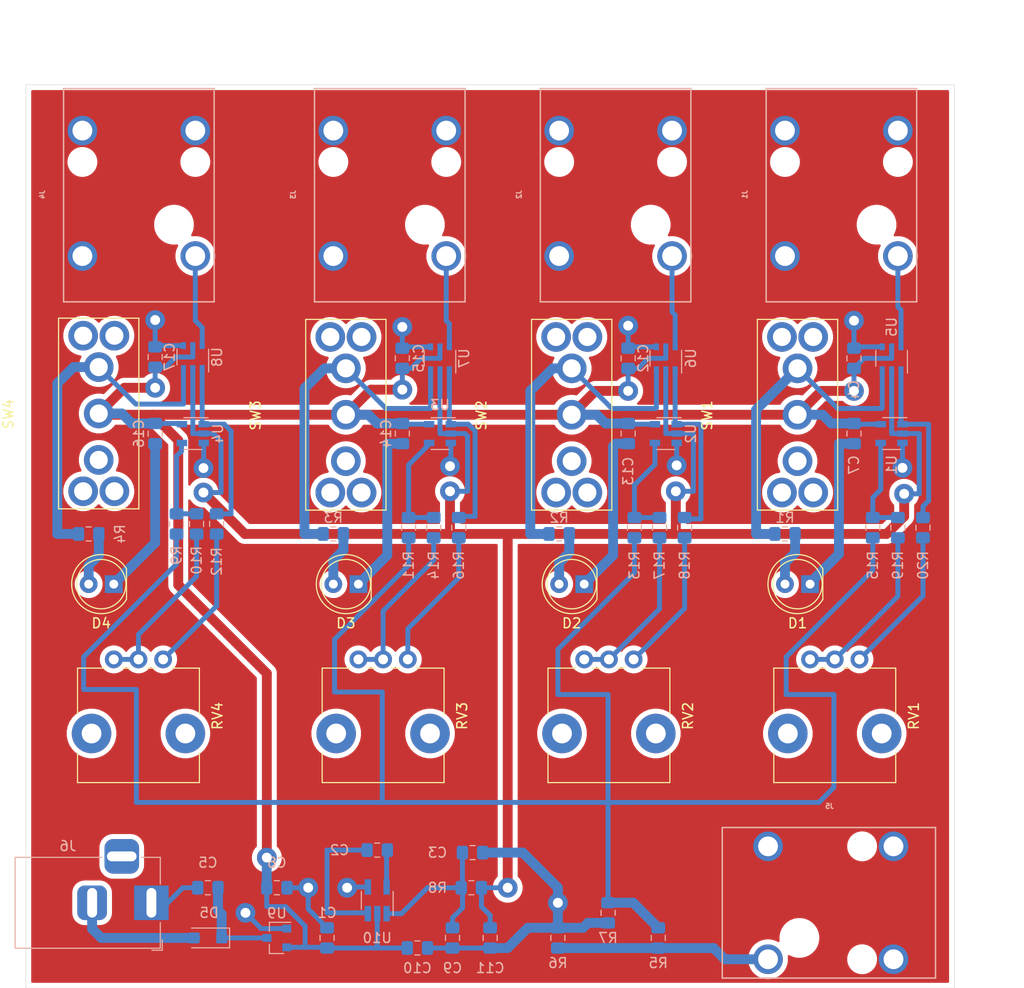
<source format=kicad_pcb>
(kicad_pcb (version 20171130) (host pcbnew "(5.1.6-0-10_14)")
  (layers (0 F.Cu signal) (31 B.Cu signal) (34 B.Paste user) (35 F.Paste user) (36 B.SilkS user) (37 F.SilkS user) (38 B.Mask user) (39 F.Mask user) (44 Edge.Cuts user))
  (net 0 "")
  (net 1 GNDS)
  (net 2 +5V)
  (net 3 "Net-(C2-Pad2)")
  (net 4 "Net-(C2-Pad1)")
  (net 5 -5V)
  (net 6 /PowerSupply/+9V_POL)
  (net 7 "Net-(D1-Pad2)")
  (net 8 "Net-(D2-Pad2)")
  (net 9 "Net-(D3-Pad2)")
  (net 10 "Net-(D4-Pad2)")
  (net 11 /PowerSupply/+9V_IN)
  (net 12 /SignalBuffer1/OUT)
  (net 13 /SignalBuffer2/OUT)
  (net 14 /SignalBuffer3/OUT)
  (net 15 /SignalBuffer4/OUT)
  (net 16 /SignalBuffer1/IN)
  (net 17 "Net-(J5-Pad1)")
  (net 18 "Net-(R10-Pad2)")
  (net 19 "Net-(R10-Pad1)")
  (net 20 "Net-(R11-Pad1)")
  (net 21 "Net-(R12-Pad2)")
  (net 22 "Net-(R12-Pad1)")
  (net 23 "Net-(R13-Pad1)")
  (net 24 "Net-(R14-Pad1)")
  (net 25 "Net-(R15-Pad1)")
  (net 26 "Net-(R16-Pad2)")
  (net 27 "Net-(R16-Pad1)")
  (net 28 "Net-(R17-Pad1)")
  (net 29 "Net-(R18-Pad2)")
  (net 30 "Net-(R18-Pad1)")
  (net 31 "Net-(R19-Pad1)")
  (net 32 "Net-(R20-Pad2)")
  (net 33 "Net-(R20-Pad1)")
  (net 34 "Net-(SW1-Pad1)")
  (net 35 "Net-(SW2-Pad1)")
  (net 36 "Net-(SW3-Pad1)")
  (net 37 "Net-(SW4-Pad1)")
  (net 38 /SignalBuffer1/BUFFER_SW1)
  (net 39 /SignalBuffer2/BUFFER_SW1)
  (net 40 /SignalBuffer3/BUFFER_SW1)
  (net 41 /SignalBuffer4/BUFFER_SW1)
  (net 42 /PowerSupply/-5VOUT)
  (module Capacitor_SMD:C_0805_2012Metric_Pad1.15x1.40mm_HandSolder (layer B.Cu) (at 62.484 117.856)
    (fp_text reference C10 (at 0 2.032) (layer B.SilkS) (effects (justify mirror)))
    (fp_text value 100nF)
    (pad 2 smd roundrect (at 1.025 0) (size 1.15 1.4) (layers B.Cu B.Paste B.Mask) (roundrect_rratio 0.217391) (net 1 GNDS))
    (pad 1 smd roundrect (at -1.025 0) (size 1.15 1.4) (layers B.Cu B.Paste B.Mask) (roundrect_rratio 0.217391) (net 2 +5V))
  )
  (module Capacitor_SMD:C_0805_2012Metric_Pad1.15x1.40mm_HandSolder (layer B.Cu) (at 68.072 108.204)
    (fp_text reference C3 (at -3.556 0) (layer B.SilkS) (effects (justify mirror)))
    (fp_text value 100nF)
    (pad 2 smd roundrect (at 1.025 0) (size 1.15 1.4) (layers B.Cu B.Paste B.Mask) (roundrect_rratio 0.217391) (net 1 GNDS))
    (pad 1 smd roundrect (at -1.025 0) (size 1.15 1.4) (layers B.Cu B.Paste B.Mask) (roundrect_rratio 0.217391) (net 42 /PowerSupply/-5VOUT))
  )
  (module Resistor_SMD:R_0805_2012Metric_Pad1.15x1.40mm_HandSolder (layer B.Cu) (at 67.945 111.76)
    (fp_text reference R8 (at -3.429 0) (layer B.SilkS) (effects (justify mirror)))
    (fp_text value 100R)
    (pad 2 smd roundrect (at 1.025 0) (size 1.15 1.4) (layers B.Cu B.Paste B.Mask) (roundrect_rratio 0.217391) (net 5 -5V))
    (pad 1 smd roundrect (at -1.025 0) (size 1.15 1.4) (layers B.Cu B.Paste B.Mask) (roundrect_rratio 0.217391) (net 42 /PowerSupply/-5VOUT))
  )
  (module Capacitor_SMD:C_0805_2012Metric_Pad1.15x1.40mm_HandSolder (layer B.Cu) (at 69.85 116.84 270)
    (fp_text reference C11 (at 3.048 0 180) (layer B.SilkS) (effects (justify mirror)))
    (fp_text value 1uF)
    (pad 2 smd roundrect (at 1.025 0 270) (size 1.15 1.4) (layers B.Cu B.Paste B.Mask) (roundrect_rratio 0.217391) (net 1 GNDS))
    (pad 1 smd roundrect (at -1.025 0 270) (size 1.15 1.4) (layers B.Cu B.Paste B.Mask) (roundrect_rratio 0.217391) (net 5 -5V))
  )
  (module Capacitor_SMD:C_0805_2012Metric_Pad1.15x1.40mm_HandSolder (layer B.Cu) (at 66.04 116.84 270)
    (fp_text reference C9 (at 3.048 0 180) (layer B.SilkS) (effects (justify mirror)))
    (fp_text value 1uF)
    (pad 2 smd roundrect (at 1.025 0 270) (size 1.15 1.4) (layers B.Cu B.Paste B.Mask) (roundrect_rratio 0.217391) (net 1 GNDS))
    (pad 1 smd roundrect (at -1.025 0 270) (size 1.15 1.4) (layers B.Cu B.Paste B.Mask) (roundrect_rratio 0.217391) (net 42 /PowerSupply/-5VOUT))
  )
  (module Capacitor_SMD:C_0805_2012Metric_Pad1.15x1.40mm_HandSolder (layer B.Cu) (at 48.26 111.76)
    (fp_text reference C8 (at 0 -2.54) (layer B.SilkS) (effects (justify mirror)))
    (fp_text value 10uF)
    (pad 2 smd roundrect (at 1.025 0) (size 1.15 1.4) (layers B.Cu B.Paste B.Mask) (roundrect_rratio 0.217391) (net 1 GNDS))
    (pad 1 smd roundrect (at -1.025 0) (size 1.15 1.4) (layers B.Cu B.Paste B.Mask) (roundrect_rratio 0.217391) (net 2 +5V))
  )
  (module Capacitor_SMD:C_0805_2012Metric_Pad1.15x1.40mm_HandSolder (layer B.Cu) (at 58.42 107.95)
    (fp_text reference C2 (at -3.81 0) (layer B.SilkS) (effects (justify mirror)))
    (fp_text value 1uF)
    (pad 2 smd roundrect (at 1.025 0) (size 1.15 1.4) (layers B.Cu B.Paste B.Mask) (roundrect_rratio 0.217391) (net 3 "Net-(C2-Pad2)"))
    (pad 1 smd roundrect (at -1.025 0) (size 1.15 1.4) (layers B.Cu B.Paste B.Mask) (roundrect_rratio 0.217391) (net 4 "Net-(C2-Pad1)"))
  )
  (module Capacitor_SMD:C_0805_2012Metric_Pad1.15x1.40mm_HandSolder (layer B.Cu) (at 53.34 116.84 90)
    (fp_text reference C1 (at 2.54 0 180) (layer B.SilkS) (effects (justify mirror)))
    (fp_text value 1uF)
    (pad 2 smd roundrect (at 1.025 0 90) (size 1.15 1.4) (layers B.Cu B.Paste B.Mask) (roundrect_rratio 0.217391) (net 1 GNDS))
    (pad 1 smd roundrect (at -1.025 0 90) (size 1.15 1.4) (layers B.Cu B.Paste B.Mask) (roundrect_rratio 0.217391) (net 2 +5V))
  )
  (module NeutrikNRJ:NRJxHx (layer B.Cu) (at 34.29 41.656 90)
    (fp_text reference J4 (at 0.0635 -9.779 90) (layer B.SilkS) (effects (font (size 0.5 0.5) (thickness 0.125)) (justify mirror)))
    (fp_text value MonoJack2Switch)
    (pad 1 thru_hole circle (at -6.1595 5.715 90) (size 3 3) (drill 2) (layers *.Cu *.Mask) (net 15 /SignalBuffer4/OUT))
    (pad 2 thru_hole circle (at -6.1595 -5.715 90) (size 3 3) (drill 2) (layers *.Cu *.Mask) (net 1 GNDS))
    (pad 3 thru_hole circle (at 6.5405 -5.715 90) (size 3 3) (drill 2) (layers *.Cu *.Mask) (net 1 GNDS))
    (pad 4 thru_hole circle (at 6.5405 5.715 90) (size 3 3) (drill 2) (layers *.Cu *.Mask) (net 1 GNDS))
    (pad "" np_thru_hole circle (at -2.9845 3.556 90) (size 3 3) (drill 3) (layers *.Cu *.Mask))
    (pad "" np_thru_hole circle (at 3.3655 5.715 90) (size 2 2) (drill 2) (layers *.Cu *.Mask))
    (pad "" np_thru_hole circle (at 3.3655 -5.715 90) (size 2 2) (drill 2) (layers *.Cu *.Mask))
  )
  (module RS_Switches:SPDT_Slide_Switch_Latching_Vertical_THT_8x9.3mm_734-7303 (layer F.Cu) (at 30.226 63.754 90)
    (fp_text reference SW4 (at -0.0635 -9.144 90) (layer F.SilkS))
    (fp_text value SW_SPDT)
    (pad 2 thru_hole circle (at 0 0 90) (size 3 3) (drill 1.83) (layers *.Cu *.Mask) (net 2 +5V))
    (pad 1 thru_hole circle (at -4.699 0 90) (size 3 3) (drill 1.83) (layers *.Cu *.Mask) (net 37 "Net-(SW4-Pad1)"))
    (pad 3 thru_hole circle (at 4.699 0 90) (size 3 3) (drill 1.83) (layers *.Cu *.Mask) (net 41 /SignalBuffer4/BUFFER_SW1))
    (pad "" thru_hole circle (at 7.874 -1.5748 90) (size 3 3) (drill 1.83) (layers *.Cu *.Mask))
    (pad "" thru_hole circle (at 7.874 1.5875 90) (size 3 3) (drill 1.83) (layers *.Cu *.Mask))
    (pad "" thru_hole circle (at -7.874 1.5875 90) (size 3 3) (drill 1.83) (layers *.Cu *.Mask))
    (pad "" thru_hole circle (at -7.874 -1.5748 90) (size 3 3) (drill 1.83) (layers *.Cu *.Mask))
  )
  (module RS_Switches:SPDT_Slide_Switch_Latching_Vertical_THT_8x9.3mm_734-7303 (layer F.Cu) (at 55.245 63.881 90)
    (fp_text reference SW3 (at -0.0635 -9.144 90) (layer F.SilkS))
    (fp_text value SW_SPDT)
    (pad 2 thru_hole circle (at 0 0 90) (size 3 3) (drill 1.83) (layers *.Cu *.Mask) (net 2 +5V))
    (pad 1 thru_hole circle (at -4.699 0 90) (size 3 3) (drill 1.83) (layers *.Cu *.Mask) (net 36 "Net-(SW3-Pad1)"))
    (pad 3 thru_hole circle (at 4.699 0 90) (size 3 3) (drill 1.83) (layers *.Cu *.Mask) (net 40 /SignalBuffer3/BUFFER_SW1))
    (pad "" thru_hole circle (at 7.874 -1.5748 90) (size 3 3) (drill 1.83) (layers *.Cu *.Mask))
    (pad "" thru_hole circle (at 7.874 1.5875 90) (size 3 3) (drill 1.83) (layers *.Cu *.Mask))
    (pad "" thru_hole circle (at -7.874 1.5875 90) (size 3 3) (drill 1.83) (layers *.Cu *.Mask))
    (pad "" thru_hole circle (at -7.874 -1.5748 90) (size 3 3) (drill 1.83) (layers *.Cu *.Mask))
  )
  (module RS_Switches:SPDT_Slide_Switch_Latching_Vertical_THT_8x9.3mm_734-7303 (layer F.Cu) (at 78.105 63.881 90)
    (fp_text reference SW2 (at -0.0635 -9.144 90) (layer F.SilkS))
    (fp_text value SW_SPDT)
    (pad 2 thru_hole circle (at 0 0 90) (size 3 3) (drill 1.83) (layers *.Cu *.Mask) (net 2 +5V))
    (pad 1 thru_hole circle (at -4.699 0 90) (size 3 3) (drill 1.83) (layers *.Cu *.Mask) (net 35 "Net-(SW2-Pad1)"))
    (pad 3 thru_hole circle (at 4.699 0 90) (size 3 3) (drill 1.83) (layers *.Cu *.Mask) (net 39 /SignalBuffer2/BUFFER_SW1))
    (pad "" thru_hole circle (at 7.874 -1.5748 90) (size 3 3) (drill 1.83) (layers *.Cu *.Mask))
    (pad "" thru_hole circle (at 7.874 1.5875 90) (size 3 3) (drill 1.83) (layers *.Cu *.Mask))
    (pad "" thru_hole circle (at -7.874 1.5875 90) (size 3 3) (drill 1.83) (layers *.Cu *.Mask))
    (pad "" thru_hole circle (at -7.874 -1.5748 90) (size 3 3) (drill 1.83) (layers *.Cu *.Mask))
  )
  (module RS_Switches:SPDT_Slide_Switch_Latching_Vertical_THT_8x9.3mm_734-7303 (layer F.Cu) (at 100.965 63.881 90)
    (fp_text reference SW1 (at -0.0635 -9.144 90) (layer F.SilkS))
    (fp_text value SW_SPDT)
    (pad 2 thru_hole circle (at 0 0 90) (size 3 3) (drill 1.83) (layers *.Cu *.Mask) (net 2 +5V))
    (pad 1 thru_hole circle (at -4.699 0 90) (size 3 3) (drill 1.83) (layers *.Cu *.Mask) (net 34 "Net-(SW1-Pad1)"))
    (pad 3 thru_hole circle (at 4.699 0 90) (size 3 3) (drill 1.83) (layers *.Cu *.Mask) (net 38 /SignalBuffer1/BUFFER_SW1))
    (pad "" thru_hole circle (at 7.874 -1.5748 90) (size 3 3) (drill 1.83) (layers *.Cu *.Mask))
    (pad "" thru_hole circle (at 7.874 1.5875 90) (size 3 3) (drill 1.83) (layers *.Cu *.Mask))
    (pad "" thru_hole circle (at -7.874 1.5875 90) (size 3 3) (drill 1.83) (layers *.Cu *.Mask))
    (pad "" thru_hole circle (at -7.874 -1.5748 90) (size 3 3) (drill 1.83) (layers *.Cu *.Mask))
  )
  (module Resistor_SMD:R_0805_2012Metric_Pad1.15x1.40mm_HandSolder (layer B.Cu) (at 29.21 75.946 180)
    (fp_text reference R4 (at -3.175 0 270) (layer B.SilkS) (effects (justify mirror)))
    (fp_text value 1K)
    (pad 2 smd roundrect (at 1.025 0 180) (size 1.15 1.4) (layers B.Cu B.Paste B.Mask) (roundrect_rratio 0.217391) (net 41 /SignalBuffer4/BUFFER_SW1))
    (pad 1 smd roundrect (at -1.025 0 180) (size 1.15 1.4) (layers B.Cu B.Paste B.Mask) (roundrect_rratio 0.217391) (net 10 "Net-(D4-Pad2)"))
  )
  (module Resistor_SMD:R_0805_2012Metric_Pad1.15x1.40mm_HandSolder (layer B.Cu) (at 53.975 75.946 180)
    (fp_text reference R3 (at 0 1.65) (layer B.SilkS) (effects (justify mirror)))
    (fp_text value 1K)
    (pad 2 smd roundrect (at 1.025 0 180) (size 1.15 1.4) (layers B.Cu B.Paste B.Mask) (roundrect_rratio 0.217391) (net 40 /SignalBuffer3/BUFFER_SW1))
    (pad 1 smd roundrect (at -1.025 0 180) (size 1.15 1.4) (layers B.Cu B.Paste B.Mask) (roundrect_rratio 0.217391) (net 9 "Net-(D3-Pad2)"))
  )
  (module Resistor_SMD:R_0805_2012Metric_Pad1.15x1.40mm_HandSolder (layer B.Cu) (at 76.835 75.946 180)
    (fp_text reference R2 (at 0 1.65) (layer B.SilkS) (effects (justify mirror)))
    (fp_text value 1K)
    (pad 2 smd roundrect (at 1.025 0 180) (size 1.15 1.4) (layers B.Cu B.Paste B.Mask) (roundrect_rratio 0.217391) (net 39 /SignalBuffer2/BUFFER_SW1))
    (pad 1 smd roundrect (at -1.025 0 180) (size 1.15 1.4) (layers B.Cu B.Paste B.Mask) (roundrect_rratio 0.217391) (net 8 "Net-(D2-Pad2)"))
  )
  (module Resistor_SMD:R_0805_2012Metric_Pad1.15x1.40mm_HandSolder (layer B.Cu) (at 99.695 75.946 180)
    (fp_text reference R1 (at 0 1.65) (layer B.SilkS) (effects (justify mirror)))
    (fp_text value 1K)
    (pad 2 smd roundrect (at 1.025 0 180) (size 1.15 1.4) (layers B.Cu B.Paste B.Mask) (roundrect_rratio 0.217391) (net 38 /SignalBuffer1/BUFFER_SW1))
    (pad 1 smd roundrect (at -1.025 0 180) (size 1.15 1.4) (layers B.Cu B.Paste B.Mask) (roundrect_rratio 0.217391) (net 7 "Net-(D1-Pad2)"))
  )
  (module LED_THT:LED_D5.0mm (layer F.Cu) (at 31.75 81.026 180)
    (fp_text reference D4 (at 1.27 -3.96) (layer F.SilkS))
    (fp_text value LED)
    (pad 2 thru_hole circle (at 2.54 0 180) (size 1.8 1.8) (drill 0.9) (layers *.Cu *.Mask) (net 10 "Net-(D4-Pad2)"))
    (pad 1 thru_hole rect (at 0 0 180) (size 1.8 1.8) (drill 0.9) (layers *.Cu *.Mask) (net 1 GNDS))
  )
  (module LED_THT:LED_D5.0mm (layer F.Cu) (at 56.515 81.026 180)
    (fp_text reference D3 (at 1.27 -3.96) (layer F.SilkS))
    (fp_text value LED)
    (pad 2 thru_hole circle (at 2.54 0 180) (size 1.8 1.8) (drill 0.9) (layers *.Cu *.Mask) (net 9 "Net-(D3-Pad2)"))
    (pad 1 thru_hole rect (at 0 0 180) (size 1.8 1.8) (drill 0.9) (layers *.Cu *.Mask) (net 1 GNDS))
  )
  (module LED_THT:LED_D5.0mm (layer F.Cu) (at 79.375 81.026 180)
    (fp_text reference D2 (at 1.27 -3.96) (layer F.SilkS))
    (fp_text value LED)
    (pad 2 thru_hole circle (at 2.54 0 180) (size 1.8 1.8) (drill 0.9) (layers *.Cu *.Mask) (net 8 "Net-(D2-Pad2)"))
    (pad 1 thru_hole rect (at 0 0 180) (size 1.8 1.8) (drill 0.9) (layers *.Cu *.Mask) (net 1 GNDS))
  )
  (module LED_THT:LED_D5.0mm (layer F.Cu) (at 102.235 81.026 180)
    (fp_text reference D1 (at 1.27 -3.96) (layer F.SilkS))
    (fp_text value LED)
    (pad 2 thru_hole circle (at 2.54 0 180) (size 1.8 1.8) (drill 0.9) (layers *.Cu *.Mask) (net 7 "Net-(D1-Pad2)"))
    (pad 1 thru_hole rect (at 0 0 180) (size 1.8 1.8) (drill 0.9) (layers *.Cu *.Mask) (net 1 GNDS))
  )
  (module Potentiometer_THT:Potentiometer_Alps_RK09L_Single_Vertical (layer F.Cu) (at 102.235 88.646 270)
    (fp_text reference RV1 (at 5.725 -10.5 90) (layer F.SilkS))
    (fp_text value 5K)
    (pad "" np_thru_hole circle (at 7.5 2.25 270) (size 4 4) (drill 2) (layers *.Cu *.Mask))
    (pad "" np_thru_hole circle (at 7.5 -7.25 270) (size 4 4) (drill 2) (layers *.Cu *.Mask))
    (pad 1 thru_hole circle (at 0 0 270) (size 1.8 1.8) (drill 1) (layers *.Cu *.Mask) (net 31 "Net-(R19-Pad1)"))
    (pad 2 thru_hole circle (at 0 -2.5 270) (size 1.8 1.8) (drill 1) (layers *.Cu *.Mask) (net 31 "Net-(R19-Pad1)"))
    (pad 3 thru_hole circle (at 0 -5 270) (size 1.8 1.8) (drill 1) (layers *.Cu *.Mask) (net 32 "Net-(R20-Pad2)"))
  )
  (module Potentiometer_THT:Potentiometer_Alps_RK09L_Single_Vertical (layer F.Cu) (at 79.375 88.646 270)
    (fp_text reference RV2 (at 5.725 -10.5 90) (layer F.SilkS))
    (fp_text value 5K)
    (pad "" np_thru_hole circle (at 7.5 2.25 270) (size 4 4) (drill 2) (layers *.Cu *.Mask))
    (pad "" np_thru_hole circle (at 7.5 -7.25 270) (size 4 4) (drill 2) (layers *.Cu *.Mask))
    (pad 1 thru_hole circle (at 0 0 270) (size 1.8 1.8) (drill 1) (layers *.Cu *.Mask) (net 28 "Net-(R17-Pad1)"))
    (pad 2 thru_hole circle (at 0 -2.5 270) (size 1.8 1.8) (drill 1) (layers *.Cu *.Mask) (net 28 "Net-(R17-Pad1)"))
    (pad 3 thru_hole circle (at 0 -5 270) (size 1.8 1.8) (drill 1) (layers *.Cu *.Mask) (net 29 "Net-(R18-Pad2)"))
  )
  (module Potentiometer_THT:Potentiometer_Alps_RK09L_Single_Vertical (layer F.Cu) (at 56.515 88.646 270)
    (fp_text reference RV3 (at 5.725 -10.5 90) (layer F.SilkS))
    (fp_text value 5K)
    (pad "" np_thru_hole circle (at 7.5 2.25 270) (size 4 4) (drill 2) (layers *.Cu *.Mask))
    (pad "" np_thru_hole circle (at 7.5 -7.25 270) (size 4 4) (drill 2) (layers *.Cu *.Mask))
    (pad 1 thru_hole circle (at 0 0 270) (size 1.8 1.8) (drill 1) (layers *.Cu *.Mask) (net 24 "Net-(R14-Pad1)"))
    (pad 2 thru_hole circle (at 0 -2.5 270) (size 1.8 1.8) (drill 1) (layers *.Cu *.Mask) (net 24 "Net-(R14-Pad1)"))
    (pad 3 thru_hole circle (at 0 -5 270) (size 1.8 1.8) (drill 1) (layers *.Cu *.Mask) (net 26 "Net-(R16-Pad2)"))
  )
  (module Potentiometer_THT:Potentiometer_Alps_RK09L_Single_Vertical (layer F.Cu) (at 31.75 88.646 270)
    (fp_text reference RV4 (at 5.725 -10.5 90) (layer F.SilkS))
    (fp_text value 5K)
    (pad "" np_thru_hole circle (at 7.5 2.25 270) (size 4 4) (drill 2) (layers *.Cu *.Mask))
    (pad "" np_thru_hole circle (at 7.5 -7.25 270) (size 4 4) (drill 2) (layers *.Cu *.Mask))
    (pad 1 thru_hole circle (at 0 0 270) (size 1.8 1.8) (drill 1) (layers *.Cu *.Mask) (net 19 "Net-(R10-Pad1)"))
    (pad 2 thru_hole circle (at 0 -2.5 270) (size 1.8 1.8) (drill 1) (layers *.Cu *.Mask) (net 19 "Net-(R10-Pad1)"))
    (pad 3 thru_hole circle (at 0 -5 270) (size 1.8 1.8) (drill 1) (layers *.Cu *.Mask) (net 21 "Net-(R12-Pad2)"))
  )
  (module Resistor_SMD:R_0805_2012Metric_Pad1.15x1.40mm_HandSolder (layer B.Cu) (at 113.665 75.311 270)
    (fp_text reference R20 (at 3.81 0 90) (layer B.SilkS) (effects (justify mirror)))
    (fp_text value 100R)
    (pad 2 smd roundrect (at 1.025 0 270) (size 1.15 1.4) (layers B.Cu B.Paste B.Mask) (roundrect_rratio 0.217391) (net 32 "Net-(R20-Pad2)"))
    (pad 1 smd roundrect (at -1.025 0 270) (size 1.15 1.4) (layers B.Cu B.Paste B.Mask) (roundrect_rratio 0.217391) (net 33 "Net-(R20-Pad1)"))
  )
  (module Resistor_SMD:R_0805_2012Metric_Pad1.15x1.40mm_HandSolder (layer B.Cu) (at 111.125 75.311 90)
    (fp_text reference R19 (at -3.81 0 90) (layer B.SilkS) (effects (justify mirror)))
    (fp_text value 100R)
    (pad 2 smd roundrect (at 1.025 0 90) (size 1.15 1.4) (layers B.Cu B.Paste B.Mask) (roundrect_rratio 0.217391) (net 25 "Net-(R15-Pad1)"))
    (pad 1 smd roundrect (at -1.025 0 90) (size 1.15 1.4) (layers B.Cu B.Paste B.Mask) (roundrect_rratio 0.217391) (net 31 "Net-(R19-Pad1)"))
  )
  (module Resistor_SMD:R_0805_2012Metric_Pad1.15x1.40mm_HandSolder (layer B.Cu) (at 89.535 75.311 270)
    (fp_text reference R18 (at 3.81 0 90) (layer B.SilkS) (effects (justify mirror)))
    (fp_text value 100R)
    (pad 2 smd roundrect (at 1.025 0 270) (size 1.15 1.4) (layers B.Cu B.Paste B.Mask) (roundrect_rratio 0.217391) (net 29 "Net-(R18-Pad2)"))
    (pad 1 smd roundrect (at -1.025 0 270) (size 1.15 1.4) (layers B.Cu B.Paste B.Mask) (roundrect_rratio 0.217391) (net 30 "Net-(R18-Pad1)"))
  )
  (module Resistor_SMD:R_0805_2012Metric_Pad1.15x1.40mm_HandSolder (layer B.Cu) (at 86.995 75.311 90)
    (fp_text reference R17 (at -3.81 0 90) (layer B.SilkS) (effects (justify mirror)))
    (fp_text value 100R)
    (pad 2 smd roundrect (at 1.025 0 90) (size 1.15 1.4) (layers B.Cu B.Paste B.Mask) (roundrect_rratio 0.217391) (net 23 "Net-(R13-Pad1)"))
    (pad 1 smd roundrect (at -1.025 0 90) (size 1.15 1.4) (layers B.Cu B.Paste B.Mask) (roundrect_rratio 0.217391) (net 28 "Net-(R17-Pad1)"))
  )
  (module Resistor_SMD:R_0805_2012Metric_Pad1.15x1.40mm_HandSolder (layer B.Cu) (at 66.675 75.311 270)
    (fp_text reference R16 (at 3.81 0 90) (layer B.SilkS) (effects (justify mirror)))
    (fp_text value 100R)
    (pad 2 smd roundrect (at 1.025 0 270) (size 1.15 1.4) (layers B.Cu B.Paste B.Mask) (roundrect_rratio 0.217391) (net 26 "Net-(R16-Pad2)"))
    (pad 1 smd roundrect (at -1.025 0 270) (size 1.15 1.4) (layers B.Cu B.Paste B.Mask) (roundrect_rratio 0.217391) (net 27 "Net-(R16-Pad1)"))
  )
  (module Resistor_SMD:R_0805_2012Metric_Pad1.15x1.40mm_HandSolder (layer B.Cu) (at 108.585 75.311 270)
    (fp_text reference R15 (at 3.81 0 90) (layer B.SilkS) (effects (justify mirror)))
    (fp_text value 2K2)
    (pad 2 smd roundrect (at 1.025 0 270) (size 1.15 1.4) (layers B.Cu B.Paste B.Mask) (roundrect_rratio 0.217391) (net 16 /SignalBuffer1/IN))
    (pad 1 smd roundrect (at -1.025 0 270) (size 1.15 1.4) (layers B.Cu B.Paste B.Mask) (roundrect_rratio 0.217391) (net 25 "Net-(R15-Pad1)"))
  )
  (module Resistor_SMD:R_0805_2012Metric_Pad1.15x1.40mm_HandSolder (layer B.Cu) (at 64.135 75.311 90)
    (fp_text reference R14 (at -3.81 0 90) (layer B.SilkS) (effects (justify mirror)))
    (fp_text value 100R)
    (pad 2 smd roundrect (at 1.025 0 90) (size 1.15 1.4) (layers B.Cu B.Paste B.Mask) (roundrect_rratio 0.217391) (net 20 "Net-(R11-Pad1)"))
    (pad 1 smd roundrect (at -1.025 0 90) (size 1.15 1.4) (layers B.Cu B.Paste B.Mask) (roundrect_rratio 0.217391) (net 24 "Net-(R14-Pad1)"))
  )
  (module Resistor_SMD:R_0805_2012Metric_Pad1.15x1.40mm_HandSolder (layer B.Cu) (at 84.455 75.311 270)
    (fp_text reference R13 (at 3.81 0 90) (layer B.SilkS) (effects (justify mirror)))
    (fp_text value 2K2)
    (pad 2 smd roundrect (at 1.025 0 270) (size 1.15 1.4) (layers B.Cu B.Paste B.Mask) (roundrect_rratio 0.217391) (net 16 /SignalBuffer1/IN))
    (pad 1 smd roundrect (at -1.025 0 270) (size 1.15 1.4) (layers B.Cu B.Paste B.Mask) (roundrect_rratio 0.217391) (net 23 "Net-(R13-Pad1)"))
  )
  (module Resistor_SMD:R_0805_2012Metric_Pad1.15x1.40mm_HandSolder (layer B.Cu) (at 42.164 74.93 270)
    (fp_text reference R12 (at 3.81 0 90) (layer B.SilkS) (effects (justify mirror)))
    (fp_text value 100R)
    (pad 2 smd roundrect (at 1.025 0 270) (size 1.15 1.4) (layers B.Cu B.Paste B.Mask) (roundrect_rratio 0.217391) (net 21 "Net-(R12-Pad2)"))
    (pad 1 smd roundrect (at -1.025 0 270) (size 1.15 1.4) (layers B.Cu B.Paste B.Mask) (roundrect_rratio 0.217391) (net 22 "Net-(R12-Pad1)"))
  )
  (module Resistor_SMD:R_0805_2012Metric_Pad1.15x1.40mm_HandSolder (layer B.Cu) (at 61.595 75.311 270)
    (fp_text reference R11 (at 3.81 0 90) (layer B.SilkS) (effects (justify mirror)))
    (fp_text value 2K2)
    (pad 2 smd roundrect (at 1.025 0 270) (size 1.15 1.4) (layers B.Cu B.Paste B.Mask) (roundrect_rratio 0.217391) (net 16 /SignalBuffer1/IN))
    (pad 1 smd roundrect (at -1.025 0 270) (size 1.15 1.4) (layers B.Cu B.Paste B.Mask) (roundrect_rratio 0.217391) (net 20 "Net-(R11-Pad1)"))
  )
  (module Resistor_SMD:R_0805_2012Metric_Pad1.15x1.40mm_HandSolder (layer B.Cu) (at 40.132 74.93 90)
    (fp_text reference R10 (at -3.683 0 90) (layer B.SilkS) (effects (justify mirror)))
    (fp_text value 100R)
    (pad 2 smd roundrect (at 1.025 0 90) (size 1.15 1.4) (layers B.Cu B.Paste B.Mask) (roundrect_rratio 0.217391) (net 18 "Net-(R10-Pad2)"))
    (pad 1 smd roundrect (at -1.025 0 90) (size 1.15 1.4) (layers B.Cu B.Paste B.Mask) (roundrect_rratio 0.217391) (net 19 "Net-(R10-Pad1)"))
  )
  (module Resistor_SMD:R_0805_2012Metric_Pad1.15x1.40mm_HandSolder (layer B.Cu) (at 38.1 74.93 270)
    (fp_text reference R9 (at 3.175 0 90) (layer B.SilkS) (effects (justify mirror)))
    (fp_text value 2K2)
    (pad 2 smd roundrect (at 1.025 0 270) (size 1.15 1.4) (layers B.Cu B.Paste B.Mask) (roundrect_rratio 0.217391) (net 16 /SignalBuffer1/IN))
    (pad 1 smd roundrect (at -1.025 0 270) (size 1.15 1.4) (layers B.Cu B.Paste B.Mask) (roundrect_rratio 0.217391) (net 18 "Net-(R10-Pad2)"))
  )
  (module Package_SO:TSOP-6_1.65x3.05mm_P0.95mm (layer B.Cu) (at 39.751 58.039 90)
    (fp_text reference U8 (at 0 2.45 90) (layer B.SilkS) (effects (justify mirror)))
    (fp_text value DG468DV_T1_E3)
    (pad 1 smd rect (at -1.16 0.95 90) (size 0.7 0.51) (layers B.Cu B.Paste B.Mask) (net 22 "Net-(R12-Pad1)"))
    (pad 2 smd rect (at -1.16 0 90) (size 0.7 0.51) (layers B.Cu B.Paste B.Mask) (net 5 -5V))
    (pad 3 smd rect (at -1.16 -0.95 90) (size 0.7 0.51) (layers B.Cu B.Paste B.Mask) (net 41 /SignalBuffer4/BUFFER_SW1))
    (pad 4 smd rect (at 1.16 -0.95 90) (size 0.7 0.51) (layers B.Cu B.Paste B.Mask) (net 1 GNDS))
    (pad 5 smd rect (at 1.16 0 90) (size 0.7 0.51) (layers B.Cu B.Paste B.Mask) (net 2 +5V))
    (pad 6 smd rect (at 1.16 0.95 90) (size 0.7 0.51) (layers B.Cu B.Paste B.Mask) (net 15 /SignalBuffer4/OUT))
  )
  (module Package_SO:TSOP-6_1.65x3.05mm_P0.95mm (layer B.Cu) (at 64.77 58.166 90)
    (fp_text reference U7 (at 0 2.45 90) (layer B.SilkS) (effects (justify mirror)))
    (fp_text value DG468DV_T1_E3)
    (pad 6 smd rect (at 1.16 0.95 90) (size 0.7 0.51) (layers B.Cu B.Paste B.Mask) (net 14 /SignalBuffer3/OUT))
    (pad 5 smd rect (at 1.16 0 90) (size 0.7 0.51) (layers B.Cu B.Paste B.Mask) (net 2 +5V))
    (pad 4 smd rect (at 1.16 -0.95 90) (size 0.7 0.51) (layers B.Cu B.Paste B.Mask) (net 1 GNDS))
    (pad 3 smd rect (at -1.16 -0.95 90) (size 0.7 0.51) (layers B.Cu B.Paste B.Mask) (net 40 /SignalBuffer3/BUFFER_SW1))
    (pad 2 smd rect (at -1.16 0 90) (size 0.7 0.51) (layers B.Cu B.Paste B.Mask) (net 5 -5V))
    (pad 1 smd rect (at -1.16 0.95 90) (size 0.7 0.51) (layers B.Cu B.Paste B.Mask) (net 27 "Net-(R16-Pad1)"))
  )
  (module Package_SO:TSOP-6_1.65x3.05mm_P0.95mm (layer B.Cu) (at 87.63 58.166 90)
    (fp_text reference U6 (at 0 2.54 90) (layer B.SilkS) (effects (justify mirror)))
    (fp_text value DG468DV_T1_E3)
    (pad 6 smd rect (at 1.16 0.95 90) (size 0.7 0.51) (layers B.Cu B.Paste B.Mask) (net 13 /SignalBuffer2/OUT))
    (pad 5 smd rect (at 1.16 0 90) (size 0.7 0.51) (layers B.Cu B.Paste B.Mask) (net 2 +5V))
    (pad 4 smd rect (at 1.16 -0.95 90) (size 0.7 0.51) (layers B.Cu B.Paste B.Mask) (net 1 GNDS))
    (pad 3 smd rect (at -1.16 -0.95 90) (size 0.7 0.51) (layers B.Cu B.Paste B.Mask) (net 39 /SignalBuffer2/BUFFER_SW1))
    (pad 2 smd rect (at -1.16 0 90) (size 0.7 0.51) (layers B.Cu B.Paste B.Mask) (net 5 -5V))
    (pad 1 smd rect (at -1.16 0.95 90) (size 0.7 0.51) (layers B.Cu B.Paste B.Mask) (net 30 "Net-(R18-Pad1)"))
  )
  (module Package_SO:TSOP-6_1.65x3.05mm_P0.95mm (layer B.Cu) (at 110.49 58.166 90)
    (fp_text reference U5 (at 3.175 0 90) (layer B.SilkS) (effects (justify mirror)))
    (fp_text value DG468DV_T1_E3)
    (pad 6 smd rect (at 1.16 0.95 90) (size 0.7 0.51) (layers B.Cu B.Paste B.Mask) (net 12 /SignalBuffer1/OUT))
    (pad 5 smd rect (at 1.16 0 90) (size 0.7 0.51) (layers B.Cu B.Paste B.Mask) (net 2 +5V))
    (pad 4 smd rect (at 1.16 -0.95 90) (size 0.7 0.51) (layers B.Cu B.Paste B.Mask) (net 1 GNDS))
    (pad 3 smd rect (at -1.16 -0.95 90) (size 0.7 0.51) (layers B.Cu B.Paste B.Mask) (net 38 /SignalBuffer1/BUFFER_SW1))
    (pad 2 smd rect (at -1.16 0 90) (size 0.7 0.51) (layers B.Cu B.Paste B.Mask) (net 5 -5V))
    (pad 1 smd rect (at -1.16 0.95 90) (size 0.7 0.51) (layers B.Cu B.Paste B.Mask) (net 33 "Net-(R20-Pad1)"))
  )
  (module Package_TO_SOT_SMD:SOT-23 (layer B.Cu) (at 48.26 116.84 180)
    (fp_text reference U9 (at 0 2.5) (layer B.SilkS) (effects (justify mirror)))
    (fp_text value SE8250X2)
    (pad 3 smd rect (at 1 0 180) (size 0.9 0.8) (layers B.Cu B.Paste B.Mask) (net 6 /PowerSupply/+9V_POL))
    (pad 2 smd rect (at -1 -0.95 180) (size 0.9 0.8) (layers B.Cu B.Paste B.Mask) (net 2 +5V))
    (pad 1 smd rect (at -1 0.95 180) (size 0.9 0.8) (layers B.Cu B.Paste B.Mask) (net 1 GNDS))
  )
  (module Package_TO_SOT_SMD:SOT-23-5_HandSoldering (layer B.Cu) (at 58.42 113.03 90)
    (fp_text reference U10 (at -3.81 0 180) (layer B.SilkS) (effects (justify mirror)))
    (fp_text value TPS60400)
    (pad 5 smd rect (at 1.35 0.95 90) (size 1.56 0.65) (layers B.Cu B.Paste B.Mask) (net 3 "Net-(C2-Pad2)"))
    (pad 4 smd rect (at 1.35 -0.95 90) (size 1.56 0.65) (layers B.Cu B.Paste B.Mask) (net 1 GNDS))
    (pad 3 smd rect (at -1.35 -0.95 90) (size 1.56 0.65) (layers B.Cu B.Paste B.Mask) (net 4 "Net-(C2-Pad1)"))
    (pad 2 smd rect (at -1.35 0 90) (size 1.56 0.65) (layers B.Cu B.Paste B.Mask) (net 2 +5V))
    (pad 1 smd rect (at -1.35 0.95 90) (size 1.56 0.65) (layers B.Cu B.Paste B.Mask) (net 42 /PowerSupply/-5VOUT))
  )
  (module Package_TO_SOT_SMD:SOT-23-5 (layer B.Cu) (at 39.751 65.786 180)
    (fp_text reference U4 (at -2.54 0 270) (layer B.SilkS) (effects (justify mirror)))
    (fp_text value OPA842)
    (pad 5 smd rect (at 1.1 0.95 180) (size 1.06 0.65) (layers B.Cu B.Paste B.Mask) (net 2 +5V))
    (pad 4 smd rect (at 1.1 -0.95 180) (size 1.06 0.65) (layers B.Cu B.Paste B.Mask) (net 18 "Net-(R10-Pad2)"))
    (pad 3 smd rect (at -1.1 -0.95 180) (size 1.06 0.65) (layers B.Cu B.Paste B.Mask) (net 1 GNDS))
    (pad 2 smd rect (at -1.1 0 180) (size 1.06 0.65) (layers B.Cu B.Paste B.Mask) (net 5 -5V))
    (pad 1 smd rect (at -1.1 0.95 180) (size 1.06 0.65) (layers B.Cu B.Paste B.Mask) (net 22 "Net-(R12-Pad1)"))
  )
  (module Package_TO_SOT_SMD:SOT-23-5 (layer B.Cu) (at 64.77 65.786 180)
    (fp_text reference U3 (at 0 2.9) (layer B.SilkS) (effects (justify mirror)))
    (fp_text value OPA842)
    (pad 5 smd rect (at 1.1 0.95 180) (size 1.06 0.65) (layers B.Cu B.Paste B.Mask) (net 2 +5V))
    (pad 4 smd rect (at 1.1 -0.95 180) (size 1.06 0.65) (layers B.Cu B.Paste B.Mask) (net 20 "Net-(R11-Pad1)"))
    (pad 3 smd rect (at -1.1 -0.95 180) (size 1.06 0.65) (layers B.Cu B.Paste B.Mask) (net 1 GNDS))
    (pad 2 smd rect (at -1.1 0 180) (size 1.06 0.65) (layers B.Cu B.Paste B.Mask) (net 5 -5V))
    (pad 1 smd rect (at -1.1 0.95 180) (size 1.06 0.65) (layers B.Cu B.Paste B.Mask) (net 27 "Net-(R16-Pad1)"))
  )
  (module Package_TO_SOT_SMD:SOT-23-5 (layer B.Cu) (at 87.63 65.786 180)
    (fp_text reference U2 (at -2.54 0 270) (layer B.SilkS) (effects (justify mirror)))
    (fp_text value OPA842)
    (pad 5 smd rect (at 1.1 0.95 180) (size 1.06 0.65) (layers B.Cu B.Paste B.Mask) (net 2 +5V))
    (pad 4 smd rect (at 1.1 -0.95 180) (size 1.06 0.65) (layers B.Cu B.Paste B.Mask) (net 23 "Net-(R13-Pad1)"))
    (pad 3 smd rect (at -1.1 -0.95 180) (size 1.06 0.65) (layers B.Cu B.Paste B.Mask) (net 1 GNDS))
    (pad 2 smd rect (at -1.1 0 180) (size 1.06 0.65) (layers B.Cu B.Paste B.Mask) (net 5 -5V))
    (pad 1 smd rect (at -1.1 0.95 180) (size 1.06 0.65) (layers B.Cu B.Paste B.Mask) (net 30 "Net-(R18-Pad1)"))
  )
  (module Package_TO_SOT_SMD:SOT-23-5 (layer B.Cu) (at 110.49 65.786 180)
    (fp_text reference U1 (at 0 -3.175 270) (layer B.SilkS) (effects (justify mirror)))
    (fp_text value OPA842)
    (pad 5 smd rect (at 1.1 0.95 180) (size 1.06 0.65) (layers B.Cu B.Paste B.Mask) (net 2 +5V))
    (pad 4 smd rect (at 1.1 -0.95 180) (size 1.06 0.65) (layers B.Cu B.Paste B.Mask) (net 25 "Net-(R15-Pad1)"))
    (pad 3 smd rect (at -1.1 -0.95 180) (size 1.06 0.65) (layers B.Cu B.Paste B.Mask) (net 1 GNDS))
    (pad 2 smd rect (at -1.1 0 180) (size 1.06 0.65) (layers B.Cu B.Paste B.Mask) (net 5 -5V))
    (pad 1 smd rect (at -1.1 0.95 180) (size 1.06 0.65) (layers B.Cu B.Paste B.Mask) (net 33 "Net-(R20-Pad1)"))
  )
  (module Resistor_SMD:R_0805_2012Metric_Pad1.15x1.40mm_HandSolder (layer B.Cu) (at 81.788 114.3 270)
    (fp_text reference R7 (at 2.54 0 180) (layer B.SilkS) (effects (justify mirror)))
    (fp_text value 2.2M)
    (pad 2 smd roundrect (at 1.025 0 270) (size 1.15 1.4) (layers B.Cu B.Paste B.Mask) (roundrect_rratio 0.217391) (net 1 GNDS))
    (pad 1 smd roundrect (at -1.025 0 270) (size 1.15 1.4) (layers B.Cu B.Paste B.Mask) (roundrect_rratio 0.217391) (net 16 /SignalBuffer1/IN))
  )
  (module Resistor_SMD:R_0805_2012Metric_Pad1.15x1.40mm_HandSolder (layer B.Cu) (at 86.868 116.84 270)
    (fp_text reference R5 (at 2.54 0 180) (layer B.SilkS) (effects (justify mirror)))
    (fp_text value 10K)
    (pad 2 smd roundrect (at 1.025 0 270) (size 1.15 1.4) (layers B.Cu B.Paste B.Mask) (roundrect_rratio 0.217391) (net 17 "Net-(J5-Pad1)"))
    (pad 1 smd roundrect (at -1.025 0 270) (size 1.15 1.4) (layers B.Cu B.Paste B.Mask) (roundrect_rratio 0.217391) (net 16 /SignalBuffer1/IN))
  )
  (module Resistor_SMD:R_0805_2012Metric_Pad1.15x1.40mm_HandSolder (layer B.Cu) (at 76.708 116.84 90)
    (fp_text reference R6 (at -2.54 0 180) (layer B.SilkS) (effects (justify mirror)))
    (fp_text value 2.2M)
    (pad 2 smd roundrect (at 1.025 0 90) (size 1.15 1.4) (layers B.Cu B.Paste B.Mask) (roundrect_rratio 0.217391) (net 1 GNDS))
    (pad 1 smd roundrect (at -1.025 0 90) (size 1.15 1.4) (layers B.Cu B.Paste B.Mask) (roundrect_rratio 0.217391) (net 17 "Net-(J5-Pad1)"))
  )
  (module NeutrikNRJ:NRJxHx (layer B.Cu) (at 59.69 41.656 90)
    (fp_text reference J3 (at 0.0635 -9.779 90) (layer B.SilkS) (effects (font (size 0.5 0.5) (thickness 0.125)) (justify mirror)))
    (fp_text value MonoJack2Switch)
    (pad 1 thru_hole circle (at -6.1595 5.715 90) (size 3 3) (drill 2) (layers *.Cu *.Mask) (net 14 /SignalBuffer3/OUT))
    (pad 2 thru_hole circle (at -6.1595 -5.715 90) (size 3 3) (drill 2) (layers *.Cu *.Mask) (net 1 GNDS))
    (pad 3 thru_hole circle (at 6.5405 -5.715 90) (size 3 3) (drill 2) (layers *.Cu *.Mask) (net 1 GNDS))
    (pad 4 thru_hole circle (at 6.5405 5.715 90) (size 3 3) (drill 2) (layers *.Cu *.Mask) (net 1 GNDS))
    (pad "" np_thru_hole circle (at -2.9845 3.556 90) (size 3 3) (drill 3) (layers *.Cu *.Mask))
    (pad "" np_thru_hole circle (at 3.3655 5.715 90) (size 2 2) (drill 2) (layers *.Cu *.Mask))
    (pad "" np_thru_hole circle (at 3.3655 -5.715 90) (size 2 2) (drill 2) (layers *.Cu *.Mask))
  )
  (module NeutrikNRJ:NRJxHx (layer B.Cu) (at 82.55 41.656 90)
    (fp_text reference J2 (at 0.0635 -9.779 90) (layer B.SilkS) (effects (font (size 0.5 0.5) (thickness 0.125)) (justify mirror)))
    (fp_text value MonoJack2Switch)
    (pad 1 thru_hole circle (at -6.1595 5.715 90) (size 3 3) (drill 2) (layers *.Cu *.Mask) (net 13 /SignalBuffer2/OUT))
    (pad 2 thru_hole circle (at -6.1595 -5.715 90) (size 3 3) (drill 2) (layers *.Cu *.Mask) (net 1 GNDS))
    (pad 3 thru_hole circle (at 6.5405 -5.715 90) (size 3 3) (drill 2) (layers *.Cu *.Mask) (net 1 GNDS))
    (pad 4 thru_hole circle (at 6.5405 5.715 90) (size 3 3) (drill 2) (layers *.Cu *.Mask) (net 1 GNDS))
    (pad "" np_thru_hole circle (at -2.9845 3.556 90) (size 3 3) (drill 3) (layers *.Cu *.Mask))
    (pad "" np_thru_hole circle (at 3.3655 5.715 90) (size 2 2) (drill 2) (layers *.Cu *.Mask))
    (pad "" np_thru_hole circle (at 3.3655 -5.715 90) (size 2 2) (drill 2) (layers *.Cu *.Mask))
  )
  (module NeutrikNRJ:NRJxHx (layer B.Cu) (at 105.41 41.656 90)
    (fp_text reference J1 (at 0.0635 -9.779 90) (layer B.SilkS) (effects (font (size 0.5 0.5) (thickness 0.125)) (justify mirror)))
    (fp_text value MonoJack2Switch)
    (pad 1 thru_hole circle (at -6.1595 5.715 90) (size 3 3) (drill 2) (layers *.Cu *.Mask) (net 12 /SignalBuffer1/OUT))
    (pad 2 thru_hole circle (at -6.1595 -5.715 90) (size 3 3) (drill 2) (layers *.Cu *.Mask) (net 1 GNDS))
    (pad 3 thru_hole circle (at 6.5405 -5.715 90) (size 3 3) (drill 2) (layers *.Cu *.Mask) (net 1 GNDS))
    (pad 4 thru_hole circle (at 6.5405 5.715 90) (size 3 3) (drill 2) (layers *.Cu *.Mask) (net 1 GNDS))
    (pad "" np_thru_hole circle (at -2.9845 3.556 90) (size 3 3) (drill 3) (layers *.Cu *.Mask))
    (pad "" np_thru_hole circle (at 3.3655 5.715 90) (size 2 2) (drill 2) (layers *.Cu *.Mask))
    (pad "" np_thru_hole circle (at 3.3655 -5.715 90) (size 2 2) (drill 2) (layers *.Cu *.Mask))
  )
  (module NeutrikNRJ:NRJxHx (layer B.Cu) (at 104.14 113.284)
    (fp_text reference J5 (at 0.0635 -9.779 -180) (layer B.SilkS) (effects (font (size 0.5 0.5) (thickness 0.125)) (justify mirror)))
    (fp_text value MonoJack2Switch)
    (pad 1 thru_hole circle (at -6.1595 5.715) (size 3 3) (drill 2) (layers *.Cu *.Mask) (net 17 "Net-(J5-Pad1)"))
    (pad 2 thru_hole circle (at -6.1595 -5.715) (size 3 3) (drill 2) (layers *.Cu *.Mask) (net 1 GNDS))
    (pad 3 thru_hole circle (at 6.5405 -5.715) (size 3 3) (drill 2) (layers *.Cu *.Mask) (net 1 GNDS))
    (pad 4 thru_hole circle (at 6.5405 5.715) (size 3 3) (drill 2) (layers *.Cu *.Mask) (net 1 GNDS))
    (pad "" np_thru_hole circle (at -2.9845 3.556) (size 3 3) (drill 3) (layers *.Cu *.Mask))
    (pad "" np_thru_hole circle (at 3.3655 5.715) (size 2 2) (drill 2) (layers *.Cu *.Mask))
    (pad "" np_thru_hole circle (at 3.3655 -5.715) (size 2 2) (drill 2) (layers *.Cu *.Mask))
  )
  (module Connector_BarrelJack:BarrelJack_Horizontal (layer B.Cu) (at 35.56 113.284)
    (fp_text reference J6 (at -8.45 -5.75) (layer B.SilkS) (effects (justify mirror)))
    (fp_text value Barrel_Jack)
    (pad 3 thru_hole roundrect (at -3 -4.7) (size 3.5 3.5) (drill oval 3 1) (layers *.Cu *.Mask))
    (pad 2 thru_hole roundrect (at -6 0) (size 3 3.5) (drill oval 1 3) (layers *.Cu *.Mask) (net 11 /PowerSupply/+9V_IN))
    (pad 1 thru_hole rect (at 0 0) (size 3.5 3.5) (drill oval 1 3) (layers *.Cu *.Mask) (net 1 GNDS))
  )
  (module Diode_SMD:D_SOD-123F (layer B.Cu) (at 41.275 116.84 180)
    (fp_text reference D5 (at -0.127 2.54) (layer B.SilkS) (effects (justify mirror)))
    (fp_text value B0520LW-RH)
    (pad 2 smd rect (at 1.4 0 180) (size 1.1 1.1) (layers B.Cu B.Paste B.Mask) (net 11 /PowerSupply/+9V_IN))
    (pad 1 smd rect (at -1.4 0 180) (size 1.1 1.1) (layers B.Cu B.Paste B.Mask) (net 6 /PowerSupply/+9V_POL))
  )
  (module Capacitor_SMD:C_0805_2012Metric_Pad1.15x1.40mm_HandSolder (layer B.Cu) (at 35.941 58.039 90)
    (fp_text reference C17 (at 0 1.4605 90) (layer B.SilkS) (effects (justify mirror)))
    (fp_text value 100nF)
    (pad 1 smd roundrect (at -1.025 0 90) (size 1.15 1.4) (layers B.Cu B.Paste B.Mask) (roundrect_rratio 0.217391) (net 2 +5V))
    (pad 2 smd roundrect (at 1.025 0 90) (size 1.15 1.4) (layers B.Cu B.Paste B.Mask) (roundrect_rratio 0.217391) (net 1 GNDS))
  )
  (module Capacitor_SMD:C_0805_2012Metric_Pad1.15x1.40mm_HandSolder (layer B.Cu) (at 35.941 65.786 270)
    (fp_text reference C16 (at 0 1.65 90) (layer B.SilkS) (effects (justify mirror)))
    (fp_text value 100nF)
    (pad 2 smd roundrect (at 1.025 0 270) (size 1.15 1.4) (layers B.Cu B.Paste B.Mask) (roundrect_rratio 0.217391) (net 1 GNDS))
    (pad 1 smd roundrect (at -1.025 0 270) (size 1.15 1.4) (layers B.Cu B.Paste B.Mask) (roundrect_rratio 0.217391) (net 2 +5V))
  )
  (module Capacitor_SMD:C_0805_2012Metric_Pad1.15x1.40mm_HandSolder (layer B.Cu) (at 60.96 58.166 90)
    (fp_text reference C15 (at 0 1.65 90) (layer B.SilkS) (effects (justify mirror)))
    (fp_text value 100nF)
    (pad 2 smd roundrect (at 1.025 0 90) (size 1.15 1.4) (layers B.Cu B.Paste B.Mask) (roundrect_rratio 0.217391) (net 1 GNDS))
    (pad 1 smd roundrect (at -1.025 0 90) (size 1.15 1.4) (layers B.Cu B.Paste B.Mask) (roundrect_rratio 0.217391) (net 2 +5V))
  )
  (module Capacitor_SMD:C_0805_2012Metric_Pad1.15x1.40mm_HandSolder (layer B.Cu) (at 60.96 65.786 270)
    (fp_text reference C14 (at 0 1.65 90) (layer B.SilkS) (effects (justify mirror)))
    (fp_text value 100nF)
    (pad 2 smd roundrect (at 1.025 0 270) (size 1.15 1.4) (layers B.Cu B.Paste B.Mask) (roundrect_rratio 0.217391) (net 1 GNDS))
    (pad 1 smd roundrect (at -1.025 0 270) (size 1.15 1.4) (layers B.Cu B.Paste B.Mask) (roundrect_rratio 0.217391) (net 2 +5V))
  )
  (module Capacitor_SMD:C_0805_2012Metric_Pad1.15x1.40mm_HandSolder (layer B.Cu) (at 83.82 65.786 270)
    (fp_text reference C13 (at 3.81 0 90) (layer B.SilkS) (effects (justify mirror)))
    (fp_text value 100nF)
    (pad 2 smd roundrect (at 1.025 0 270) (size 1.15 1.4) (layers B.Cu B.Paste B.Mask) (roundrect_rratio 0.217391) (net 1 GNDS))
    (pad 1 smd roundrect (at -1.025 0 270) (size 1.15 1.4) (layers B.Cu B.Paste B.Mask) (roundrect_rratio 0.217391) (net 2 +5V))
  )
  (module Capacitor_SMD:C_0805_2012Metric_Pad1.15x1.40mm_HandSolder (layer B.Cu) (at 83.82 58.166 90)
    (fp_text reference C12 (at 0 1.524 90) (layer B.SilkS) (effects (justify mirror)))
    (fp_text value 100nF)
    (pad 2 smd roundrect (at 1.025 0 90) (size 1.15 1.4) (layers B.Cu B.Paste B.Mask) (roundrect_rratio 0.217391) (net 1 GNDS))
    (pad 1 smd roundrect (at -1.025 0 90) (size 1.15 1.4) (layers B.Cu B.Paste B.Mask) (roundrect_rratio 0.217391) (net 2 +5V))
  )
  (module Capacitor_SMD:C_0805_2012Metric_Pad1.15x1.40mm_HandSolder (layer B.Cu) (at 106.68 65.786 270)
    (fp_text reference C7 (at 3.175 0 90) (layer B.SilkS) (effects (justify mirror)))
    (fp_text value 100nF)
    (pad 2 smd roundrect (at 1.025 0 270) (size 1.15 1.4) (layers B.Cu B.Paste B.Mask) (roundrect_rratio 0.217391) (net 1 GNDS))
    (pad 1 smd roundrect (at -1.025 0 270) (size 1.15 1.4) (layers B.Cu B.Paste B.Mask) (roundrect_rratio 0.217391) (net 2 +5V))
  )
  (module Capacitor_SMD:C_0805_2012Metric_Pad1.15x1.40mm_HandSolder (layer B.Cu) (at 41.275 111.76 180)
    (fp_text reference C5 (at 0 2.54) (layer B.SilkS) (effects (justify mirror)))
    (fp_text value 1uF)
    (pad 2 smd roundrect (at 1.025 0 180) (size 1.15 1.4) (layers B.Cu B.Paste B.Mask) (roundrect_rratio 0.217391) (net 1 GNDS))
    (pad 1 smd roundrect (at -1.025 0 180) (size 1.15 1.4) (layers B.Cu B.Paste B.Mask) (roundrect_rratio 0.217391) (net 6 /PowerSupply/+9V_POL))
  )
  (module Capacitor_SMD:C_0805_2012Metric_Pad1.15x1.40mm_HandSolder (layer B.Cu) (at 106.68 58.166 90)
    (fp_text reference C4 (at -3.175 0 90) (layer B.SilkS) (effects (justify mirror)))
    (fp_text value 100nF)
    (pad 2 smd roundrect (at 1.025 0 90) (size 1.15 1.4) (layers B.Cu B.Paste B.Mask) (roundrect_rratio 0.217391) (net 1 GNDS))
    (pad 1 smd roundrect (at -1.025 0 90) (size 1.15 1.4) (layers B.Cu B.Paste B.Mask) (roundrect_rratio 0.217391) (net 2 +5V))
  )
  (gr_line (start 22.86 30.48) (end 22.86 121.92) (layer Edge.Cuts) (width 0.05))
  (gr_line (start 116.84 30.48) (end 22.86 30.48) (layer Edge.Cuts) (width 0.05))
  (gr_line (start 116.84 121.92) (end 116.84 30.48) (layer Edge.Cuts) (width 0.05))
  (gr_line (start 22.86 121.92) (end 116.84 121.92) (layer Edge.Cuts) (width 0.05))
  (segment (start 38.801 56.879) (end 35.941 56.879) (width 0.5) (layer B.Cu) (net 1))
  (segment (start 35.941 76.835) (end 31.75 81.026) (width 1) (layer B.Cu) (net 1))
  (segment (start 35.941 66.811) (end 35.941 76.835) (width 1) (layer B.Cu) (net 1))
  (segment (start 35.941 57.014) (end 35.941 54.2925) (width 0.5) (layer B.Cu) (net 1))
  (via (at 35.941 54.2925) (size 2) (drill 1) (layers F.Cu B.Cu) (net 1))
  (segment (start 40.851 69.257998) (end 40.830498 69.2785) (width 0.5) (layer B.Cu) (net 1))
  (via (at 40.830498 69.2785) (size 2) (drill 1) (layers F.Cu B.Cu) (net 1))
  (segment (start 40.851 66.736) (end 40.851 69.257998) (width 0.5) (layer B.Cu) (net 1))
  (segment (start 61.095 57.006) (end 60.96 57.141) (width 0.5) (layer B.Cu) (net 1))
  (segment (start 63.82 57.006) (end 61.095 57.006) (width 0.5) (layer B.Cu) (net 1))
  (segment (start 60.96 57.141) (end 60.96 54.991) (width 0.5) (layer B.Cu) (net 1))
  (via (at 60.96 54.991) (size 2) (drill 1) (layers F.Cu B.Cu) (net 1))
  (segment (start 65.87 66.736) (end 65.87 68.791) (width 0.5) (layer B.Cu) (net 1))
  (via (at 65.786 69.088) (size 2) (drill 1) (layers F.Cu B.Cu) (net 1))
  (segment (start 65.87 68.791) (end 66.04 68.961) (width 0.5) (layer B.Cu) (net 1))
  (segment (start 60.96 66.811) (end 59.445 66.811) (width 1) (layer B.Cu) (net 1))
  (segment (start 59.445 66.811) (end 59.436 66.82) (width 1) (layer B.Cu) (net 1))
  (segment (start 59.436 78.105) (end 56.515 81.026) (width 1) (layer B.Cu) (net 1))
  (segment (start 59.436 66.82) (end 59.436 78.105) (width 1) (layer B.Cu) (net 1))
  (segment (start 83.955 57.006) (end 83.82 57.141) (width 0.5) (layer B.Cu) (net 1))
  (segment (start 86.68 57.006) (end 83.955 57.006) (width 0.5) (layer B.Cu) (net 1))
  (segment (start 83.82 57.141) (end 83.82 54.864) (width 0.5) (layer B.Cu) (net 1))
  (via (at 83.82 54.864) (size 2) (drill 1) (layers F.Cu B.Cu) (net 1))
  (segment (start 88.73 66.736) (end 88.73 69.004) (width 0.5) (layer B.Cu) (net 1))
  (via (at 88.73 69.004) (size 2) (drill 1) (layers F.Cu B.Cu) (net 1))
  (segment (start 83.82 66.811) (end 82.559 66.811) (width 1) (layer B.Cu) (net 1))
  (segment (start 82.559 66.811) (end 82.296 67.074) (width 1) (layer B.Cu) (net 1))
  (segment (start 82.296 78.105) (end 79.375 81.026) (width 1) (layer B.Cu) (net 1))
  (segment (start 82.296 67.074) (end 82.296 78.105) (width 1) (layer B.Cu) (net 1))
  (segment (start 106.68 57.141) (end 106.68 54.356) (width 0.5) (layer B.Cu) (net 1))
  (via (at 106.68 54.356) (size 2) (drill 1) (layers F.Cu B.Cu) (net 1))
  (segment (start 111.59 66.736) (end 111.59 69.258) (width 0.5) (layer B.Cu) (net 1))
  (via (at 111.59 69.258) (size 2) (drill 1) (layers F.Cu B.Cu) (net 1))
  (segment (start 105.156 77.978) (end 102.235 80.899) (width 1) (layer B.Cu) (net 1))
  (segment (start 105.156 66.802) (end 105.156 77.978) (width 1) (layer B.Cu) (net 1))
  (segment (start 102.235 80.899) (end 102.235 81.026) (width 1) (layer B.Cu) (net 1))
  (segment (start 105.165 66.811) (end 105.156 66.802) (width 1) (layer B.Cu) (net 1))
  (segment (start 106.68 66.811) (end 105.165 66.811) (width 1) (layer B.Cu) (net 1))
  (segment (start 106.815 57.006) (end 106.68 57.141) (width 0.5) (layer B.Cu) (net 1))
  (segment (start 109.54 57.006) (end 106.815 57.006) (width 0.5) (layer B.Cu) (net 1))
  (segment (start 81.779 115.316) (end 81.788 115.325) (width 1) (layer B.Cu) (net 1))
  (segment (start 79.756 115.316) (end 81.779 115.316) (width 1) (layer B.Cu) (net 1))
  (segment (start 79.257 115.815) (end 79.756 115.316) (width 1) (layer B.Cu) (net 1))
  (segment (start 76.708 115.815) (end 79.257 115.815) (width 1) (layer B.Cu) (net 1))
  (segment (start 76.708 115.815) (end 76.708 113.284) (width 1) (layer B.Cu) (net 1))
  (via (at 76.708 113.284) (size 2) (drill 1) (layers F.Cu B.Cu) (net 1))
  (segment (start 49.285 111.76) (end 51.435 111.76) (width 0.5) (layer B.Cu) (net 1))
  (via (at 51.435 111.76) (size 2) (drill 1) (layers F.Cu B.Cu) (net 1))
  (segment (start 51.435 113.91) (end 53.34 115.815) (width 0.5) (layer B.Cu) (net 1))
  (segment (start 51.435 111.76) (end 51.435 113.91) (width 0.5) (layer B.Cu) (net 1))
  (segment (start 46.675 115.89) (end 45.085 114.3) (width 0.5) (layer B.Cu) (net 1))
  (segment (start 49.26 115.89) (end 46.675 115.89) (width 0.5) (layer B.Cu) (net 1))
  (via (at 45.085 114.3) (size 2) (drill 1) (layers F.Cu B.Cu) (net 1))
  (segment (start 37.211 113.284) (end 35.56 113.284) (width 0.5) (layer B.Cu) (net 1))
  (segment (start 38.735 111.76) (end 37.211 113.284) (width 0.5) (layer B.Cu) (net 1))
  (segment (start 40.005 111.76) (end 38.735 111.76) (width 0.5) (layer B.Cu) (net 1))
  (segment (start 63.509 117.865) (end 69.85 117.865) (width 0.5) (layer B.Cu) (net 1))
  (segment (start 63.5 117.856) (end 63.509 117.865) (width 0.5) (layer B.Cu) (net 1))
  (via (at 55.372 111.76) (size 2) (drill 1) (layers F.Cu B.Cu) (net 1))
  (segment (start 55.452 111.68) (end 55.372 111.76) (width 0.5) (layer B.Cu) (net 1))
  (segment (start 57.47 111.68) (end 55.452 111.68) (width 0.5) (layer B.Cu) (net 1))
  (segment (start 69.097 108.204) (end 73.152 108.204) (width 1) (layer B.Cu) (net 1))
  (segment (start 76.708 111.76) (end 76.708 113.284) (width 1) (layer B.Cu) (net 1))
  (segment (start 73.152 108.204) (end 76.708 111.76) (width 1) (layer B.Cu) (net 1))
  (segment (start 69.85 117.865) (end 71.619 117.865) (width 1) (layer B.Cu) (net 1))
  (segment (start 73.669 115.815) (end 76.708 115.815) (width 1) (layer B.Cu) (net 1))
  (segment (start 71.619 117.865) (end 73.669 115.815) (width 1) (layer B.Cu) (net 1))
  (segment (start 38.576 64.761) (end 38.651 64.836) (width 0.5) (layer B.Cu) (net 2))
  (segment (start 35.941 64.761) (end 38.576 64.761) (width 0.5) (layer B.Cu) (net 2))
  (segment (start 39.751 58.039) (end 38.041 58.039) (width 0.5) (layer B.Cu) (net 2))
  (segment (start 38.041 58.039) (end 37.016 59.064) (width 0.5) (layer B.Cu) (net 2))
  (segment (start 37.016 59.064) (end 35.941 59.064) (width 0.5) (layer B.Cu) (net 2))
  (segment (start 39.751 56.879) (end 39.751 58.039) (width 0.5) (layer B.Cu) (net 2))
  (segment (start 32.5755 63.754) (end 30.226 63.754) (width 1) (layer B.Cu) (net 2))
  (segment (start 33.5825 64.761) (end 32.5755 63.754) (width 1) (layer B.Cu) (net 2))
  (segment (start 35.941 64.761) (end 33.5825 64.761) (width 1) (layer B.Cu) (net 2))
  (segment (start 35.941 59.064) (end 35.941 61.1505) (width 0.5) (layer B.Cu) (net 2))
  (via (at 35.941 61.1505) (size 2) (drill 1) (layers F.Cu B.Cu) (net 2))
  (segment (start 61.84 59.191) (end 60.96 59.191) (width 0.5) (layer B.Cu) (net 2))
  (segment (start 64.77 58.166) (end 62.865 58.166) (width 0.5) (layer B.Cu) (net 2))
  (segment (start 62.865 58.166) (end 61.84 59.191) (width 0.5) (layer B.Cu) (net 2))
  (segment (start 64.77 57.006) (end 64.77 58.166) (width 0.5) (layer B.Cu) (net 2))
  (segment (start 60.96 59.191) (end 60.96 61.341) (width 0.5) (layer B.Cu) (net 2))
  (via (at 60.96 61.341) (size 2) (drill 1) (layers F.Cu B.Cu) (net 2))
  (segment (start 61.035 64.836) (end 60.96 64.761) (width 0.5) (layer B.Cu) (net 2))
  (segment (start 63.67 64.836) (end 61.035 64.836) (width 0.5) (layer B.Cu) (net 2))
  (segment (start 60.96 64.761) (end 58.411 64.761) (width 1) (layer B.Cu) (net 2))
  (segment (start 57.531 63.881) (end 55.245 63.881) (width 1) (layer B.Cu) (net 2))
  (segment (start 58.411 64.761) (end 57.531 63.881) (width 1) (layer B.Cu) (net 2))
  (segment (start 85.852 58.166) (end 84.827 59.191) (width 0.5) (layer B.Cu) (net 2))
  (segment (start 87.63 58.166) (end 85.852 58.166) (width 0.5) (layer B.Cu) (net 2))
  (segment (start 84.827 59.191) (end 83.82 59.191) (width 0.5) (layer B.Cu) (net 2))
  (segment (start 87.63 57.006) (end 87.63 58.166) (width 0.5) (layer B.Cu) (net 2))
  (segment (start 83.82 59.191) (end 83.82 61.468) (width 0.5) (layer B.Cu) (net 2))
  (via (at 83.82 61.468) (size 2) (drill 1) (layers F.Cu B.Cu) (net 2))
  (segment (start 83.82 64.761) (end 81.525 64.761) (width 1) (layer B.Cu) (net 2))
  (segment (start 80.645 63.881) (end 78.105 63.881) (width 1) (layer B.Cu) (net 2))
  (segment (start 81.525 64.761) (end 80.645 63.881) (width 1) (layer B.Cu) (net 2))
  (segment (start 103.505 63.881) (end 100.965 63.881) (width 1) (layer B.Cu) (net 2))
  (segment (start 104.385 64.761) (end 103.505 63.881) (width 1) (layer B.Cu) (net 2))
  (segment (start 106.68 64.761) (end 104.385 64.761) (width 1) (layer B.Cu) (net 2))
  (segment (start 110.49 57.006) (end 110.49 58.166) (width 0.5) (layer B.Cu) (net 2))
  (segment (start 106.68 59.191) (end 106.68 61.468) (width 0.5) (layer B.Cu) (net 2))
  (via (at 106.68 61.468) (size 2) (drill 1) (layers F.Cu B.Cu) (net 2))
  (segment (start 107.705 58.166) (end 106.68 59.191) (width 0.5) (layer B.Cu) (net 2))
  (segment (start 110.49 58.166) (end 107.705 58.166) (width 0.5) (layer B.Cu) (net 2))
  (segment (start 83.895 64.836) (end 83.82 64.761) (width 0.5) (layer B.Cu) (net 2))
  (segment (start 86.53 64.836) (end 83.895 64.836) (width 0.5) (layer B.Cu) (net 2))
  (segment (start 106.755 64.836) (end 106.68 64.761) (width 0.5) (layer B.Cu) (net 2))
  (segment (start 109.39 64.836) (end 106.755 64.836) (width 0.5) (layer B.Cu) (net 2))
  (segment (start 80.518 61.468) (end 78.105 63.881) (width 1) (layer F.Cu) (net 2))
  (segment (start 83.82 61.468) (end 80.518 61.468) (width 1) (layer F.Cu) (net 2))
  (segment (start 78.105 63.881) (end 55.245 63.881) (width 1) (layer F.Cu) (net 2))
  (segment (start 30.353 63.881) (end 30.226 63.754) (width 1) (layer F.Cu) (net 2))
  (segment (start 100.965 63.881) (end 101.092 63.754) (width 1) (layer F.Cu) (net 2))
  (segment (start 100.965 63.881) (end 78.105 63.881) (width 1) (layer F.Cu) (net 2))
  (segment (start 103.378 61.468) (end 100.965 63.881) (width 1) (layer F.Cu) (net 2))
  (segment (start 106.68 61.468) (end 103.378 61.468) (width 1) (layer F.Cu) (net 2))
  (segment (start 57.785 61.341) (end 55.245 63.881) (width 1) (layer F.Cu) (net 2))
  (segment (start 60.96 61.341) (end 57.785 61.341) (width 1) (layer F.Cu) (net 2))
  (segment (start 32.8295 61.1505) (end 30.226 63.754) (width 1) (layer F.Cu) (net 2))
  (segment (start 35.941 61.1505) (end 32.8295 61.1505) (width 1) (layer F.Cu) (net 2))
  (segment (start 53.265 117.79) (end 53.34 117.865) (width 0.5) (layer B.Cu) (net 2))
  (segment (start 51.12 117.79) (end 53.265 117.79) (width 0.5) (layer B.Cu) (net 2))
  (segment (start 49.26 117.79) (end 51.12 117.79) (width 0.5) (layer B.Cu) (net 2))
  (segment (start 47.235 111.76) (end 47.235 108.83) (width 1) (layer B.Cu) (net 2))
  (segment (start 51.12 115.645) (end 51.12 117.79) (width 0.5) (layer B.Cu) (net 2))
  (segment (start 49.14 113.665) (end 51.12 115.645) (width 0.5) (layer B.Cu) (net 2))
  (segment (start 47.235 113.665) (end 49.14 113.665) (width 0.5) (layer B.Cu) (net 2))
  (segment (start 47.235 113.665) (end 47.235 111.76) (width 0.5) (layer B.Cu) (net 2))
  (segment (start 53.34 117.865) (end 57.395 117.865) (width 0.5) (layer B.Cu) (net 2))
  (segment (start 61.468 117.856) (end 57.404 117.856) (width 0.5) (layer B.Cu) (net 2))
  (segment (start 58.42 117.856) (end 58.42 114.38) (width 0.5) (layer B.Cu) (net 2))
  (segment (start 55.245 63.881) (end 35.687 63.881) (width 1) (layer F.Cu) (net 2))
  (segment (start 35.687 63.881) (end 30.353 63.881) (width 1) (layer F.Cu) (net 2))
  (segment (start 47.235 108.721) (end 47.244 108.712) (width 1) (layer B.Cu) (net 2))
  (via (at 47.244 108.712) (size 2) (drill 1) (layers F.Cu B.Cu) (net 2))
  (segment (start 47.235 108.83) (end 47.235 108.721) (width 1) (layer B.Cu) (net 2))
  (segment (start 38.277001 66.471001) (end 35.687 63.881) (width 1) (layer F.Cu) (net 2))
  (segment (start 47.244 90.069998) (end 38.277001 81.102999) (width 1) (layer F.Cu) (net 2))
  (segment (start 38.277001 81.102999) (end 38.277001 66.471001) (width 1) (layer F.Cu) (net 2))
  (segment (start 47.244 108.712) (end 47.244 90.069998) (width 1) (layer F.Cu) (net 2))
  (segment (start 59.37 108.025) (end 59.445 107.95) (width 0.5) (layer B.Cu) (net 3))
  (segment (start 59.37 111.68) (end 59.37 108.025) (width 0.5) (layer B.Cu) (net 3))
  (segment (start 53.34 114.3) (end 57.39 114.3) (width 0.5) (layer B.Cu) (net 4))
  (segment (start 57.39 114.3) (end 57.47 114.38) (width 0.5) (layer B.Cu) (net 4))
  (segment (start 53.34 107.95) (end 53.34 114.3) (width 0.5) (layer B.Cu) (net 4))
  (segment (start 57.395 107.95) (end 53.34 107.95) (width 0.5) (layer B.Cu) (net 4))
  (segment (start 39.751 65.786) (end 40.851 65.786) (width 0.5) (layer B.Cu) (net 5))
  (segment (start 39.751 59.1185) (end 39.751 65.786) (width 0.5) (layer B.Cu) (net 5))
  (segment (start 40.851 65.786) (end 41.8465 65.786) (width 0.5) (layer B.Cu) (net 5))
  (segment (start 41.8465 65.786) (end 42.6085 66.548) (width 0.5) (layer B.Cu) (net 5))
  (segment (start 42.6085 66.548) (end 42.6085 71.755) (width 0.5) (layer B.Cu) (net 5))
  (segment (start 42.6085 71.755) (end 40.8305 71.755) (width 0.5) (layer B.Cu) (net 5))
  (via (at 40.8305 71.755) (size 2) (drill 1) (layers F.Cu B.Cu) (net 5))
  (segment (start 64.77 59.326) (end 64.77 65.786) (width 0.5) (layer B.Cu) (net 5))
  (segment (start 64.77 65.786) (end 65.87 65.786) (width 0.5) (layer B.Cu) (net 5))
  (via (at 65.786 71.628) (size 2) (drill 1) (layers F.Cu B.Cu) (net 5))
  (segment (start 67.564 66.04) (end 67.564 71.628) (width 0.5) (layer B.Cu) (net 5))
  (segment (start 67.31 65.786) (end 67.564 66.04) (width 0.5) (layer B.Cu) (net 5))
  (segment (start 67.564 71.628) (end 65.786 71.628) (width 0.5) (layer B.Cu) (net 5))
  (segment (start 65.87 65.786) (end 67.31 65.786) (width 0.5) (layer B.Cu) (net 5))
  (segment (start 87.63 59.326) (end 87.63 65.786) (width 0.5) (layer B.Cu) (net 5))
  (segment (start 87.63 65.786) (end 88.73 65.786) (width 0.5) (layer B.Cu) (net 5))
  (segment (start 90.424 71.628) (end 88.646 71.628) (width 0.5) (layer B.Cu) (net 5))
  (segment (start 89.313602 65.786) (end 90.424 65.786) (width 0.5) (layer B.Cu) (net 5))
  (segment (start 88.73 65.786) (end 88.9 65.786) (width 0.5) (layer B.Cu) (net 5))
  (segment (start 90.424 65.786) (end 90.424 71.628) (width 0.5) (layer B.Cu) (net 5))
  (via (at 88.646 71.628) (size 2) (drill 1) (layers F.Cu B.Cu) (net 5))
  (segment (start 88.9 65.786) (end 89.313602 65.786) (width 0.5) (layer B.Cu) (net 5))
  (segment (start 110.49 59.326) (end 110.49 65.786) (width 0.5) (layer B.Cu) (net 5))
  (segment (start 110.49 65.786) (end 111.59 65.786) (width 0.5) (layer B.Cu) (net 5))
  (segment (start 111.59 65.786) (end 113.284 65.786) (width 0.5) (layer B.Cu) (net 5))
  (segment (start 113.284 65.786) (end 113.284 71.882) (width 0.5) (layer B.Cu) (net 5))
  (segment (start 113.284 71.882) (end 111.76 71.882) (width 0.5) (layer B.Cu) (net 5))
  (via (at 111.76 71.882) (size 2) (drill 1) (layers F.Cu B.Cu) (net 5))
  (segment (start 45.0215 75.946) (end 40.8305 71.755) (width 1) (layer F.Cu) (net 5))
  (segment (start 65.786 71.628) (end 65.786 75.946) (width 1) (layer F.Cu) (net 5))
  (segment (start 65.786 75.946) (end 45.0215 75.946) (width 1) (layer F.Cu) (net 5))
  (segment (start 88.646 71.628) (end 88.646 75.692) (width 1) (layer F.Cu) (net 5))
  (segment (start 88.646 75.692) (end 88.392 75.946) (width 1) (layer F.Cu) (net 5))
  (segment (start 109.982 75.946) (end 88.392 75.946) (width 1) (layer F.Cu) (net 5))
  (segment (start 111.76 74.168) (end 109.982 75.946) (width 1) (layer F.Cu) (net 5))
  (segment (start 111.76 71.882) (end 111.76 74.168) (width 1) (layer F.Cu) (net 5))
  (segment (start 68.97 113.674) (end 68.97 111.76) (width 0.5) (layer B.Cu) (net 5))
  (segment (start 69.85 114.554) (end 68.97 113.674) (width 0.5) (layer B.Cu) (net 5))
  (segment (start 69.85 115.815) (end 69.85 114.554) (width 0.5) (layer B.Cu) (net 5))
  (segment (start 68.97 111.76) (end 71.628 111.76) (width 0.5) (layer B.Cu) (net 5))
  (via (at 71.628 111.76) (size 2) (drill 1) (layers F.Cu B.Cu) (net 5))
  (segment (start 71.628 76.2) (end 71.882 75.946) (width 1) (layer F.Cu) (net 5))
  (segment (start 71.628 111.76) (end 71.628 76.2) (width 1) (layer F.Cu) (net 5))
  (segment (start 71.882 75.946) (end 65.786 75.946) (width 1) (layer F.Cu) (net 5))
  (segment (start 88.392 75.946) (end 71.882 75.946) (width 1) (layer F.Cu) (net 5))
  (segment (start 42.675 116.84) (end 42.675 114.43) (width 1) (layer B.Cu) (net 6))
  (segment (start 42.675 114.43) (end 42.3 114.055) (width 1) (layer B.Cu) (net 6))
  (segment (start 42.3 114.055) (end 42.3 111.76) (width 1) (layer B.Cu) (net 6))
  (segment (start 42.545 116.84) (end 47.26 116.84) (width 0.5) (layer B.Cu) (net 6))
  (segment (start 67.056 111.896) (end 66.92 111.76) (width 0.5) (layer B.Cu) (net 42))
  (segment (start 67.056 113.792) (end 67.056 111.896) (width 0.5) (layer B.Cu) (net 42))
  (segment (start 66.04 114.808) (end 67.056 113.792) (width 0.5) (layer B.Cu) (net 42))
  (segment (start 66.04 115.815) (end 66.04 114.808) (width 0.5) (layer B.Cu) (net 42))
  (segment (start 63.5 111.76) (end 67.056 111.76) (width 0.5) (layer B.Cu) (net 42))
  (segment (start 60.88 114.38) (end 63.5 111.76) (width 0.5) (layer B.Cu) (net 42))
  (segment (start 59.37 114.38) (end 60.88 114.38) (width 0.5) (layer B.Cu) (net 42))
  (segment (start 99.695 78.867) (end 99.695 81.026) (width 1) (layer B.Cu) (net 7))
  (segment (start 100.72 77.842) (end 99.695 78.867) (width 1) (layer B.Cu) (net 7))
  (segment (start 100.72 75.946) (end 100.72 77.842) (width 1) (layer B.Cu) (net 7))
  (segment (start 77.86 75.946) (end 77.86 77.842) (width 1) (layer B.Cu) (net 8))
  (segment (start 76.835 78.867) (end 76.835 81.026) (width 1) (layer B.Cu) (net 8))
  (segment (start 77.86 77.842) (end 76.835 78.867) (width 1) (layer B.Cu) (net 8))
  (segment (start 55 75.946) (end 55 77.588) (width 1) (layer B.Cu) (net 9))
  (segment (start 53.975 78.613) (end 53.975 81.026) (width 1) (layer B.Cu) (net 9))
  (segment (start 55 77.588) (end 53.975 78.613) (width 1) (layer B.Cu) (net 9))
  (segment (start 29.21 79.121) (end 29.21 81.026) (width 1) (layer B.Cu) (net 10))
  (segment (start 30.235 78.096) (end 29.21 79.121) (width 1) (layer B.Cu) (net 10))
  (segment (start 30.235 75.946) (end 30.235 78.096) (width 1) (layer B.Cu) (net 10))
  (segment (start 30.48 116.84) (end 40.005 116.84) (width 1) (layer B.Cu) (net 11))
  (segment (start 29.56 115.92) (end 30.48 116.84) (width 1) (layer B.Cu) (net 11))
  (segment (start 29.56 113.284) (end 29.56 115.92) (width 1) (layer B.Cu) (net 11))
  (segment (start 111.125 52.959) (end 111.125 47.8155) (width 0.5) (layer B.Cu) (net 12))
  (segment (start 111.44 53.274) (end 111.125 52.959) (width 0.5) (layer B.Cu) (net 12))
  (segment (start 111.44 57.006) (end 111.44 53.274) (width 0.5) (layer B.Cu) (net 12))
  (segment (start 88.58 57.006) (end 88.58 53.782) (width 0.5) (layer B.Cu) (net 13))
  (segment (start 88.265 53.467) (end 88.265 47.8155) (width 0.5) (layer B.Cu) (net 13))
  (segment (start 88.58 53.782) (end 88.265 53.467) (width 0.5) (layer B.Cu) (net 13))
  (segment (start 65.72 57.006) (end 65.72 54.671) (width 0.5) (layer B.Cu) (net 14))
  (segment (start 65.405 54.356) (end 65.405 47.8155) (width 0.5) (layer B.Cu) (net 14))
  (segment (start 65.72 54.671) (end 65.405 54.356) (width 0.5) (layer B.Cu) (net 14))
  (segment (start 40.701 56.879) (end 40.7035 56.8765) (width 0.5) (layer B.Cu) (net 15))
  (segment (start 40.7035 55.0545) (end 40.7035 56.8765) (width 0.5) (layer B.Cu) (net 15))
  (segment (start 40.005 54.356) (end 40.7035 55.0545) (width 0.5) (layer B.Cu) (net 15))
  (segment (start 40.005 47.8155) (end 40.005 54.356) (width 0.5) (layer B.Cu) (net 15))
  (segment (start 61.595 76.336) (end 61.595 79.121) (width 0.5) (layer B.Cu) (net 16))
  (segment (start 61.595 79.121) (end 54.102 86.614) (width 0.5) (layer B.Cu) (net 16))
  (segment (start 54.102 86.614) (end 54.102 91.948) (width 0.5) (layer B.Cu) (net 16))
  (segment (start 54.102 91.948) (end 58.928 91.948) (width 0.5) (layer B.Cu) (net 16))
  (segment (start 58.928 91.948) (end 58.928 99.568) (width 0.5) (layer B.Cu) (net 16))
  (segment (start 84.328 113.275) (end 86.868 115.815) (width 1) (layer B.Cu) (net 16))
  (segment (start 81.788 113.275) (end 84.328 113.275) (width 1) (layer B.Cu) (net 16))
  (segment (start 108.585 79.629) (end 108.585 76.336) (width 0.5) (layer B.Cu) (net 16))
  (segment (start 99.822 88.392) (end 108.585 79.629) (width 0.5) (layer B.Cu) (net 16))
  (segment (start 104.648 101.6) (end 104.648 92.202) (width 0.5) (layer B.Cu) (net 16))
  (segment (start 104.648 92.202) (end 99.822 92.202) (width 0.5) (layer B.Cu) (net 16))
  (segment (start 103.124 103.124) (end 104.648 101.6) (width 0.5) (layer B.Cu) (net 16))
  (segment (start 99.822 92.202) (end 99.822 88.392) (width 0.5) (layer B.Cu) (net 16))
  (segment (start 83.82 103.124) (end 103.124 103.124) (width 0.5) (layer B.Cu) (net 16))
  (segment (start 38.1 78.994) (end 38.1 75.955) (width 0.5) (layer B.Cu) (net 16))
  (segment (start 28.702 91.694) (end 28.702 88.392) (width 0.5) (layer B.Cu) (net 16))
  (segment (start 34.036 91.694) (end 28.702 91.694) (width 0.5) (layer B.Cu) (net 16))
  (segment (start 28.702 88.392) (end 38.1 78.994) (width 0.5) (layer B.Cu) (net 16))
  (segment (start 34.036 103.124) (end 34.036 91.694) (width 0.5) (layer B.Cu) (net 16))
  (segment (start 58.928 99.568) (end 58.928 103.124) (width 0.5) (layer B.Cu) (net 16))
  (segment (start 58.928 103.124) (end 34.036 103.124) (width 0.5) (layer B.Cu) (net 16))
  (segment (start 83.82 103.124) (end 58.928 103.124) (width 0.5) (layer B.Cu) (net 16))
  (segment (start 81.788 103.124) (end 81.788 113.284) (width 0.5) (layer B.Cu) (net 16))
  (segment (start 81.788 92.202) (end 81.788 103.124) (width 0.5) (layer B.Cu) (net 16))
  (segment (start 76.708 92.202) (end 81.788 92.202) (width 0.5) (layer B.Cu) (net 16))
  (segment (start 84.455 79.883) (end 76.708 87.63) (width 0.5) (layer B.Cu) (net 16))
  (segment (start 76.708 87.63) (end 76.708 92.202) (width 0.5) (layer B.Cu) (net 16))
  (segment (start 84.455 76.336) (end 84.455 79.883) (width 0.5) (layer B.Cu) (net 16))
  (segment (start 76.708 117.865) (end 86.868 117.865) (width 1) (layer B.Cu) (net 17))
  (segment (start 92.465 117.865) (end 93.599 118.999) (width 1) (layer B.Cu) (net 17))
  (segment (start 93.599 118.999) (end 97.9805 118.999) (width 1) (layer B.Cu) (net 17))
  (segment (start 86.877 117.865) (end 92.465 117.865) (width 1) (layer B.Cu) (net 17))
  (segment (start 86.868 117.856) (end 86.877 117.865) (width 1) (layer B.Cu) (net 17))
  (segment (start 40.132 73.905) (end 38.1 73.905) (width 0.5) (layer B.Cu) (net 18))
  (segment (start 38.608 66.779) (end 38.651 66.736) (width 0.5) (layer B.Cu) (net 18))
  (segment (start 38.608 67.564) (end 38.608 66.779) (width 0.5) (layer B.Cu) (net 18))
  (segment (start 38.1 68.072) (end 38.608 67.564) (width 0.5) (layer B.Cu) (net 18))
  (segment (start 38.1 73.914) (end 38.1 68.072) (width 0.5) (layer B.Cu) (net 18))
  (segment (start 34.25 88.646) (end 31.75 88.646) (width 0.5) (layer B.Cu) (net 19))
  (segment (start 40.132 80.244) (end 34.25 86.126) (width 0.5) (layer B.Cu) (net 19))
  (segment (start 34.25 86.126) (end 34.25 88.646) (width 0.5) (layer B.Cu) (net 19))
  (segment (start 40.132 75.955) (end 40.132 80.244) (width 0.5) (layer B.Cu) (net 19))
  (segment (start 63.67 66.736) (end 63.67 66.886) (width 0.5) (layer B.Cu) (net 20))
  (segment (start 61.595 68.961) (end 61.595 74.286) (width 0.5) (layer B.Cu) (net 20))
  (segment (start 63.67 66.886) (end 61.595 68.961) (width 0.5) (layer B.Cu) (net 20))
  (segment (start 61.595 74.286) (end 64.135 74.286) (width 0.5) (layer B.Cu) (net 20))
  (segment (start 42.164 83.232) (end 36.75 88.646) (width 0.5) (layer B.Cu) (net 21))
  (segment (start 42.164 75.955) (end 42.164 83.232) (width 0.5) (layer B.Cu) (net 21))
  (segment (start 40.917 64.77) (end 40.851 64.836) (width 0.5) (layer B.Cu) (net 22))
  (segment (start 40.701 64.686) (end 40.851 64.836) (width 0.5) (layer B.Cu) (net 22))
  (segment (start 40.701 59.2455) (end 40.701 64.686) (width 0.5) (layer B.Cu) (net 22))
  (segment (start 43.6245 65.532) (end 42.9285 64.836) (width 0.5) (layer B.Cu) (net 22))
  (segment (start 43.6245 73.914) (end 43.6245 65.532) (width 0.5) (layer B.Cu) (net 22))
  (segment (start 42.9285 64.836) (end 40.851 64.836) (width 0.5) (layer B.Cu) (net 22))
  (segment (start 42.164 73.914) (end 43.6245 73.914) (width 0.5) (layer B.Cu) (net 22))
  (segment (start 86.53 66.736) (end 86.53 68.918) (width 0.5) (layer B.Cu) (net 23))
  (segment (start 84.455 70.993) (end 84.455 74.286) (width 0.5) (layer B.Cu) (net 23))
  (segment (start 86.53 68.918) (end 84.455 70.993) (width 0.5) (layer B.Cu) (net 23))
  (segment (start 84.455 74.286) (end 86.995 74.286) (width 0.5) (layer B.Cu) (net 23))
  (segment (start 64.135 76.336) (end 64.135 78.613) (width 0.5) (layer B.Cu) (net 24))
  (segment (start 56.515 88.646) (end 59.015 88.646) (width 0.5) (layer B.Cu) (net 24))
  (segment (start 59.015 83.733) (end 59.182 83.566) (width 0.5) (layer B.Cu) (net 24))
  (segment (start 59.015 88.646) (end 59.015 83.733) (width 0.5) (layer B.Cu) (net 24))
  (segment (start 64.135 78.613) (end 59.182 83.566) (width 0.5) (layer B.Cu) (net 24))
  (segment (start 109.39 66.736) (end 109.39 71.458) (width 0.5) (layer B.Cu) (net 25))
  (segment (start 108.585 72.263) (end 108.585 74.286) (width 0.5) (layer B.Cu) (net 25))
  (segment (start 109.39 71.458) (end 108.585 72.263) (width 0.5) (layer B.Cu) (net 25))
  (segment (start 108.585 74.286) (end 111.125 74.286) (width 0.5) (layer B.Cu) (net 25))
  (segment (start 66.675 76.336) (end 66.675 80.391) (width 0.5) (layer B.Cu) (net 26))
  (segment (start 61.515 85.551) (end 61.515 88.646) (width 0.5) (layer B.Cu) (net 26))
  (segment (start 66.675 80.391) (end 61.515 85.551) (width 0.5) (layer B.Cu) (net 26))
  (segment (start 65.72 64.686) (end 65.87 64.836) (width 0.5) (layer B.Cu) (net 27))
  (segment (start 65.72 59.326) (end 65.72 64.686) (width 0.5) (layer B.Cu) (net 27))
  (segment (start 65.87 64.836) (end 67.63 64.836) (width 0.5) (layer B.Cu) (net 27))
  (segment (start 67.63 64.836) (end 68.326 65.532) (width 0.5) (layer B.Cu) (net 27))
  (segment (start 68.326 65.532) (end 68.326 74.168) (width 0.5) (layer B.Cu) (net 27))
  (segment (start 66.793 74.168) (end 66.675 74.286) (width 0.5) (layer B.Cu) (net 27))
  (segment (start 68.326 74.168) (end 66.793 74.168) (width 0.5) (layer B.Cu) (net 27))
  (segment (start 86.995 83.526) (end 81.875 88.646) (width 0.5) (layer B.Cu) (net 28))
  (segment (start 86.995 76.336) (end 86.995 83.526) (width 0.5) (layer B.Cu) (net 28))
  (segment (start 81.875 88.646) (end 79.375 88.646) (width 0.5) (layer B.Cu) (net 28))
  (segment (start 89.535 83.486) (end 84.375 88.646) (width 0.5) (layer B.Cu) (net 29))
  (segment (start 89.535 76.336) (end 89.535 83.486) (width 0.5) (layer B.Cu) (net 29))
  (segment (start 88.58 64.686) (end 88.73 64.836) (width 0.5) (layer B.Cu) (net 30))
  (segment (start 88.58 59.326) (end 88.58 64.686) (width 0.5) (layer B.Cu) (net 30))
  (segment (start 89.671 74.422) (end 89.535 74.286) (width 0.5) (layer B.Cu) (net 30))
  (segment (start 91.186 74.422) (end 89.671 74.422) (width 0.5) (layer B.Cu) (net 30))
  (segment (start 91.186 65.024) (end 91.186 74.422) (width 0.5) (layer B.Cu) (net 30))
  (segment (start 90.998 64.836) (end 91.186 65.024) (width 0.5) (layer B.Cu) (net 30))
  (segment (start 88.73 64.836) (end 90.998 64.836) (width 0.5) (layer B.Cu) (net 30))
  (segment (start 111.125 82.256) (end 104.735 88.646) (width 0.5) (layer B.Cu) (net 31))
  (segment (start 111.125 76.336) (end 111.125 82.256) (width 0.5) (layer B.Cu) (net 31))
  (segment (start 104.735 88.646) (end 102.235 88.646) (width 0.5) (layer B.Cu) (net 31))
  (segment (start 113.665 82.216) (end 107.235 88.646) (width 0.5) (layer B.Cu) (net 32))
  (segment (start 113.665 76.336) (end 113.665 82.216) (width 0.5) (layer B.Cu) (net 32))
  (segment (start 111.44 64.686) (end 111.59 64.836) (width 0.5) (layer B.Cu) (net 33))
  (segment (start 111.44 59.326) (end 111.44 64.686) (width 0.5) (layer B.Cu) (net 33))
  (segment (start 114.234 72.583) (end 113.665 73.152) (width 0.5) (layer B.Cu) (net 33))
  (segment (start 114.234 64.836) (end 114.234 72.583) (width 0.5) (layer B.Cu) (net 33))
  (segment (start 111.59 64.836) (end 114.234 64.836) (width 0.5) (layer B.Cu) (net 33))
  (segment (start 113.665 73.152) (end 113.665 74.286) (width 0.5) (layer B.Cu) (net 33))
  (segment (start 100.965 59.182) (end 96.774 63.373) (width 1) (layer B.Cu) (net 38))
  (segment (start 96.774 63.373) (end 96.774 75.946) (width 1) (layer B.Cu) (net 38))
  (segment (start 96.774 75.946) (end 98.67 75.946) (width 1) (layer B.Cu) (net 38))
  (segment (start 105.029 63.246) (end 100.965 59.182) (width 0.5) (layer B.Cu) (net 38))
  (segment (start 109.54 63.18) (end 109.474 63.246) (width 0.5) (layer B.Cu) (net 38))
  (segment (start 109.474 63.246) (end 105.029 63.246) (width 0.5) (layer B.Cu) (net 38))
  (segment (start 109.54 59.326) (end 109.54 63.18) (width 0.5) (layer B.Cu) (net 38))
  (segment (start 73.914 61.468) (end 76.2 59.182) (width 1) (layer B.Cu) (net 39))
  (segment (start 76.2 59.182) (end 78.105 59.182) (width 1) (layer B.Cu) (net 39))
  (segment (start 73.914 75.946) (end 73.914 61.468) (width 1) (layer B.Cu) (net 39))
  (segment (start 75.81 75.946) (end 73.914 75.946) (width 1) (layer B.Cu) (net 39))
  (segment (start 82.169 63.246) (end 78.105 59.182) (width 0.5) (layer B.Cu) (net 39))
  (segment (start 86.68 63.18) (end 86.614 63.246) (width 0.5) (layer B.Cu) (net 39))
  (segment (start 86.614 63.246) (end 82.169 63.246) (width 0.5) (layer B.Cu) (net 39))
  (segment (start 86.68 59.326) (end 86.68 63.18) (width 0.5) (layer B.Cu) (net 39))
  (segment (start 59.309 63.246) (end 55.245 59.182) (width 0.5) (layer B.Cu) (net 40))
  (segment (start 63.82 63.246) (end 59.309 63.246) (width 0.5) (layer B.Cu) (net 40))
  (segment (start 63.82 59.326) (end 63.82 63.246) (width 0.5) (layer B.Cu) (net 40))
  (segment (start 53.086 59.182) (end 55.245 59.182) (width 1) (layer B.Cu) (net 40))
  (segment (start 51.054 75.946) (end 51.054 61.214) (width 1) (layer B.Cu) (net 40))
  (segment (start 51.054 61.214) (end 53.086 59.182) (width 1) (layer B.Cu) (net 40))
  (segment (start 52.95 75.946) (end 51.054 75.946) (width 1) (layer B.Cu) (net 40))
  (segment (start 26.035 75.946) (end 28.185 75.946) (width 1) (layer B.Cu) (net 41))
  (segment (start 26.035 60.706) (end 26.035 75.946) (width 1) (layer B.Cu) (net 41))
  (segment (start 27.686 59.055) (end 26.035 60.706) (width 1) (layer B.Cu) (net 41))
  (segment (start 30.226 59.055) (end 27.686 59.055) (width 1) (layer B.Cu) (net 41))
  (segment (start 38.7985 62.8015) (end 33.9725 62.8015) (width 0.5) (layer B.Cu) (net 41))
  (segment (start 33.9725 62.8015) (end 30.226 59.055) (width 0.5) (layer B.Cu) (net 41))
  (segment (start 38.801 62.799) (end 38.7985 62.8015) (width 0.5) (layer B.Cu) (net 41))
  (segment (start 38.801 59.182) (end 38.801 62.799) (width 0.5) (layer B.Cu) (net 41))
  (segment (start 67.047 111.633) (end 66.92 111.76) (width 0.5) (layer B.Cu) (net 42))
  (segment (start 67.047 108.204) (end 67.047 111.633) (width 0.5) (layer B.Cu) (net 42))
  (zone (net 1) (net_name GNDS) (layer F.Cu) (connect_pads yes (clearance 0.508)) (min_thickness 0.254) (fill yes (arc_segments 32) (thermal_gap 0.508) (thermal_bridge_width 0.508))
    (polygon (pts (xy 116.84 121.92) (xy 22.86 121.92) (xy 22.86 30.48) (xy 116.84 30.48)))
  )
)
</source>
